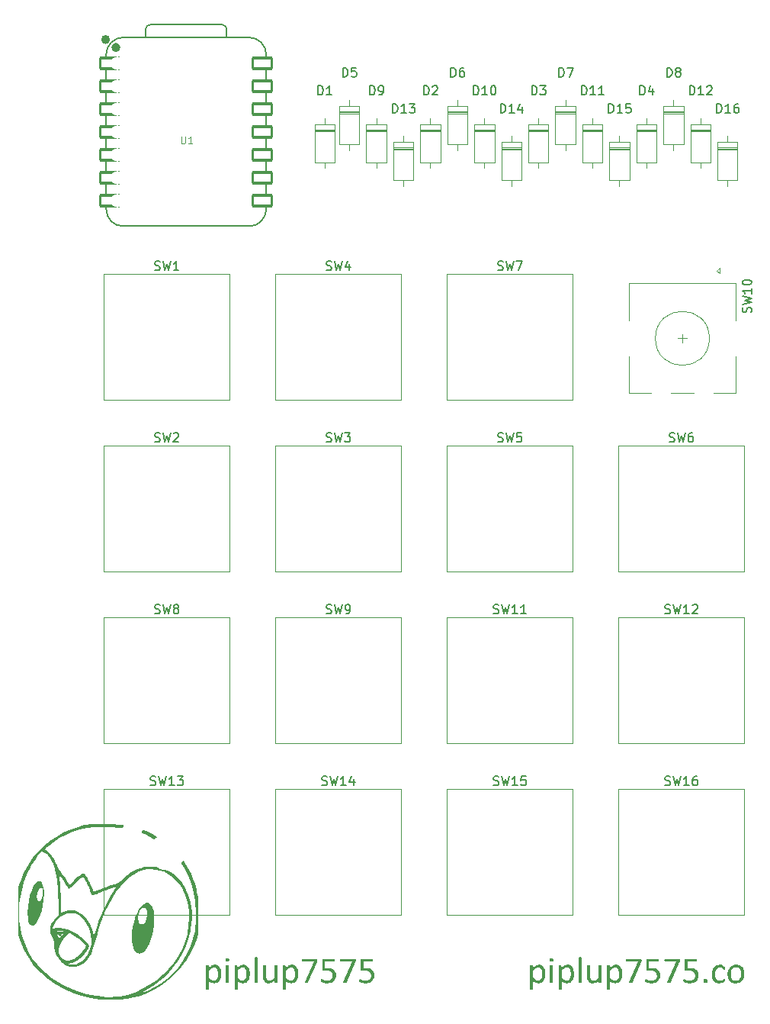
<source format=gto>
%TF.GenerationSoftware,KiCad,Pcbnew,8.0.8*%
%TF.CreationDate,2025-02-12T11:08:45-05:00*%
%TF.ProjectId,hackpad,6861636b-7061-4642-9e6b-696361645f70,rev?*%
%TF.SameCoordinates,Original*%
%TF.FileFunction,Legend,Top*%
%TF.FilePolarity,Positive*%
%FSLAX46Y46*%
G04 Gerber Fmt 4.6, Leading zero omitted, Abs format (unit mm)*
G04 Created by KiCad (PCBNEW 8.0.8) date 2025-02-12 11:08:45*
%MOMM*%
%LPD*%
G01*
G04 APERTURE LIST*
G04 Aperture macros list*
%AMRoundRect*
0 Rectangle with rounded corners*
0 $1 Rounding radius*
0 $2 $3 $4 $5 $6 $7 $8 $9 X,Y pos of 4 corners*
0 Add a 4 corners polygon primitive as box body*
4,1,4,$2,$3,$4,$5,$6,$7,$8,$9,$2,$3,0*
0 Add four circle primitives for the rounded corners*
1,1,$1+$1,$2,$3*
1,1,$1+$1,$4,$5*
1,1,$1+$1,$6,$7*
1,1,$1+$1,$8,$9*
0 Add four rect primitives between the rounded corners*
20,1,$1+$1,$2,$3,$4,$5,0*
20,1,$1+$1,$4,$5,$6,$7,0*
20,1,$1+$1,$6,$7,$8,$9,0*
20,1,$1+$1,$8,$9,$2,$3,0*%
G04 Aperture macros list end*
%ADD10C,0.100000*%
%ADD11C,0.150000*%
%ADD12C,0.101600*%
%ADD13C,0.120000*%
%ADD14C,0.127000*%
%ADD15C,0.504000*%
%ADD16C,0.000000*%
%ADD17R,1.600000X1.600000*%
%ADD18O,1.600000X1.600000*%
%ADD19C,1.700000*%
%ADD20C,4.000000*%
%ADD21C,2.200000*%
%ADD22RoundRect,0.152400X1.063600X0.609600X-1.063600X0.609600X-1.063600X-0.609600X1.063600X-0.609600X0*%
%ADD23C,1.524000*%
%ADD24RoundRect,0.152400X-1.063600X-0.609600X1.063600X-0.609600X1.063600X0.609600X-1.063600X0.609600X0*%
%ADD25R,2.000000X2.000000*%
%ADD26C,2.000000*%
%ADD27R,2.000000X3.200000*%
G04 APERTURE END LIST*
D10*
G36*
X61927880Y-132986591D02*
G01*
X62071976Y-133029868D01*
X62117864Y-133052665D01*
X62239537Y-133139734D01*
X62338026Y-133252563D01*
X62349406Y-133269553D01*
X62418870Y-133398782D01*
X62469539Y-133545402D01*
X62480565Y-133590488D01*
X62507132Y-133742356D01*
X62519634Y-133888982D01*
X62521598Y-133977369D01*
X62516446Y-134126376D01*
X62498877Y-134279044D01*
X62468841Y-134419937D01*
X62418228Y-134569219D01*
X62345058Y-134708346D01*
X62314235Y-134752595D01*
X62208126Y-134866680D01*
X62080764Y-134953395D01*
X62062177Y-134962889D01*
X61922329Y-135013478D01*
X61765651Y-135035738D01*
X61717794Y-135036894D01*
X61569795Y-135021078D01*
X61565387Y-135020041D01*
X61428367Y-134968018D01*
X61303989Y-134885328D01*
X61295743Y-134878625D01*
X61182777Y-134777938D01*
X61155059Y-134751130D01*
X61155059Y-135674368D01*
X61146999Y-135702944D01*
X61119888Y-135723461D01*
X61068597Y-135735917D01*
X60984333Y-135740314D01*
X60901535Y-135735917D01*
X60848778Y-135723461D01*
X60822400Y-135702944D01*
X60815073Y-135674368D01*
X60815073Y-133636650D01*
X61155059Y-133636650D01*
X61155059Y-134384033D01*
X61258408Y-134503388D01*
X61365486Y-134606875D01*
X61421039Y-134651479D01*
X61558254Y-134723517D01*
X61684822Y-134743803D01*
X61830795Y-134719188D01*
X61904640Y-134680788D01*
X62013954Y-134574402D01*
X62052651Y-134512993D01*
X62112071Y-134372286D01*
X62136182Y-134278520D01*
X62158104Y-134131920D01*
X62163293Y-134016936D01*
X62157089Y-133865683D01*
X62141311Y-133737034D01*
X62104971Y-133587523D01*
X62067306Y-133497431D01*
X61977796Y-133373099D01*
X61925889Y-133329637D01*
X61783548Y-133272776D01*
X61705338Y-133266622D01*
X61575645Y-133287138D01*
X61445952Y-133350153D01*
X61329974Y-133441691D01*
X61307466Y-133462993D01*
X61204575Y-133575298D01*
X61155059Y-133636650D01*
X60815073Y-133636650D01*
X60815073Y-133084173D01*
X60820935Y-133054863D01*
X60845847Y-133035080D01*
X60893475Y-133023356D01*
X60963817Y-133020425D01*
X61034891Y-133023356D01*
X61081053Y-133034347D01*
X61106699Y-133053398D01*
X61114026Y-133081242D01*
X61114026Y-133320111D01*
X61222098Y-133214804D01*
X61276692Y-133167704D01*
X61399642Y-133080370D01*
X61434228Y-133060725D01*
X61571613Y-133002901D01*
X61597627Y-132995512D01*
X61744845Y-132974067D01*
X61773482Y-132973531D01*
X61927880Y-132986591D01*
G37*
G36*
X63362037Y-134926252D02*
G01*
X63353977Y-134954096D01*
X63326866Y-134973879D01*
X63275575Y-134986336D01*
X63191311Y-134990000D01*
X63108513Y-134986336D01*
X63055757Y-134973879D01*
X63029378Y-134954096D01*
X63022051Y-134926252D01*
X63022051Y-133084173D01*
X63029378Y-133057794D01*
X63055757Y-133037278D01*
X63108513Y-133024822D01*
X63191311Y-133020425D01*
X63275575Y-133024822D01*
X63326866Y-133037278D01*
X63353977Y-133057794D01*
X63362037Y-133084173D01*
X63362037Y-134926252D01*
G37*
G36*
X63401605Y-132437906D02*
G01*
X63371614Y-132582872D01*
X63356175Y-132602037D01*
X63211250Y-132644888D01*
X63189113Y-132645268D01*
X63044371Y-132617213D01*
X63024982Y-132602770D01*
X62981190Y-132456754D01*
X62981018Y-132442302D01*
X63011009Y-132297820D01*
X63026448Y-132278904D01*
X63171373Y-132235327D01*
X63193510Y-132234940D01*
X63337768Y-132262996D01*
X63356908Y-132277438D01*
X63401430Y-132423455D01*
X63401605Y-132437906D01*
G37*
G36*
X65096198Y-132986591D02*
G01*
X65240294Y-133029868D01*
X65286182Y-133052665D01*
X65407855Y-133139734D01*
X65506344Y-133252563D01*
X65517725Y-133269553D01*
X65587188Y-133398782D01*
X65637858Y-133545402D01*
X65648883Y-133590488D01*
X65675450Y-133742356D01*
X65687952Y-133888982D01*
X65689916Y-133977369D01*
X65684764Y-134126376D01*
X65667195Y-134279044D01*
X65637159Y-134419937D01*
X65586546Y-134569219D01*
X65513376Y-134708346D01*
X65482554Y-134752595D01*
X65376444Y-134866680D01*
X65249082Y-134953395D01*
X65230495Y-134962889D01*
X65090647Y-135013478D01*
X64933969Y-135035738D01*
X64886113Y-135036894D01*
X64738113Y-135021078D01*
X64733705Y-135020041D01*
X64596685Y-134968018D01*
X64472307Y-134885328D01*
X64464061Y-134878625D01*
X64351095Y-134777938D01*
X64323377Y-134751130D01*
X64323377Y-135674368D01*
X64315317Y-135702944D01*
X64288206Y-135723461D01*
X64236915Y-135735917D01*
X64152651Y-135740314D01*
X64069853Y-135735917D01*
X64017096Y-135723461D01*
X63990718Y-135702944D01*
X63983391Y-135674368D01*
X63983391Y-133636650D01*
X64323377Y-133636650D01*
X64323377Y-134384033D01*
X64426726Y-134503388D01*
X64533804Y-134606875D01*
X64589357Y-134651479D01*
X64726572Y-134723517D01*
X64853140Y-134743803D01*
X64999113Y-134719188D01*
X65072958Y-134680788D01*
X65182272Y-134574402D01*
X65220969Y-134512993D01*
X65280389Y-134372286D01*
X65304501Y-134278520D01*
X65326422Y-134131920D01*
X65331612Y-134016936D01*
X65325408Y-133865683D01*
X65309630Y-133737034D01*
X65273289Y-133587523D01*
X65235624Y-133497431D01*
X65146114Y-133373099D01*
X65094207Y-133329637D01*
X64951866Y-133272776D01*
X64873656Y-133266622D01*
X64743963Y-133287138D01*
X64614270Y-133350153D01*
X64498292Y-133441691D01*
X64475785Y-133462993D01*
X64372893Y-133575298D01*
X64323377Y-133636650D01*
X63983391Y-133636650D01*
X63983391Y-133084173D01*
X63989253Y-133054863D01*
X64014166Y-133035080D01*
X64061793Y-133023356D01*
X64132135Y-133020425D01*
X64203210Y-133023356D01*
X64249371Y-133034347D01*
X64275017Y-133053398D01*
X64282344Y-133081242D01*
X64282344Y-133320111D01*
X64390416Y-133214804D01*
X64445010Y-133167704D01*
X64567960Y-133080370D01*
X64602547Y-133060725D01*
X64739931Y-133002901D01*
X64765945Y-132995512D01*
X64913163Y-132974067D01*
X64941800Y-132973531D01*
X65096198Y-132986591D01*
G37*
G36*
X66530355Y-134926252D02*
G01*
X66522295Y-134954829D01*
X66495184Y-134973879D01*
X66443893Y-134986336D01*
X66359630Y-134990000D01*
X66276831Y-134986336D01*
X66224075Y-134973879D01*
X66197697Y-134954829D01*
X66190369Y-134926252D01*
X66190369Y-132194640D01*
X66197697Y-132166064D01*
X66224075Y-132145547D01*
X66276831Y-132133824D01*
X66359630Y-132129427D01*
X66443893Y-132133824D01*
X66495184Y-132145547D01*
X66522295Y-132166064D01*
X66530355Y-132194640D01*
X66530355Y-134926252D01*
G37*
G36*
X68740997Y-134926252D02*
G01*
X68733670Y-134954096D01*
X68707292Y-134973879D01*
X68658932Y-134986336D01*
X68586392Y-134990000D01*
X68508722Y-134986336D01*
X68461828Y-134973879D01*
X68437648Y-134954096D01*
X68431786Y-134926252D01*
X68431786Y-134682986D01*
X68322992Y-134798156D01*
X68205492Y-134896937D01*
X68118178Y-134952630D01*
X67982197Y-135010233D01*
X67834946Y-135036154D01*
X67805303Y-135036894D01*
X67654315Y-135025113D01*
X67509235Y-134982798D01*
X67493161Y-134975345D01*
X67365855Y-134891367D01*
X67287997Y-134806817D01*
X67213705Y-134675570D01*
X67175157Y-134558422D01*
X67150964Y-134411955D01*
X67141978Y-134263659D01*
X67141451Y-134214040D01*
X67141451Y-133084173D01*
X67148778Y-133057062D01*
X67176622Y-133035812D01*
X67230111Y-133023356D01*
X67312909Y-133020425D01*
X67394975Y-133023356D01*
X67447732Y-133035812D01*
X67475575Y-133057062D01*
X67483635Y-133084905D01*
X67483635Y-134168611D01*
X67489497Y-134315706D01*
X67507083Y-134430195D01*
X67562338Y-134570882D01*
X67579623Y-134597990D01*
X67688338Y-134698280D01*
X67701988Y-134705701D01*
X67845323Y-134742872D01*
X67875645Y-134743803D01*
X68026787Y-134710480D01*
X68129902Y-134649281D01*
X68243764Y-134549604D01*
X68346048Y-134437153D01*
X68398813Y-134371577D01*
X68398813Y-133084173D01*
X68406140Y-133056329D01*
X68433984Y-133035812D01*
X68486008Y-133023356D01*
X68569539Y-133020425D01*
X68652337Y-133023356D01*
X68703628Y-133035812D01*
X68731472Y-133056329D01*
X68740997Y-133084173D01*
X68740997Y-134926252D01*
G37*
G36*
X70471495Y-132986591D02*
G01*
X70615590Y-133029868D01*
X70661479Y-133052665D01*
X70783152Y-133139734D01*
X70881641Y-133252563D01*
X70893021Y-133269553D01*
X70962484Y-133398782D01*
X71013154Y-133545402D01*
X71024180Y-133590488D01*
X71050747Y-133742356D01*
X71063249Y-133888982D01*
X71065212Y-133977369D01*
X71060060Y-134126376D01*
X71042492Y-134279044D01*
X71012456Y-134419937D01*
X70961843Y-134569219D01*
X70888673Y-134708346D01*
X70857850Y-134752595D01*
X70751740Y-134866680D01*
X70624379Y-134953395D01*
X70605792Y-134962889D01*
X70465943Y-135013478D01*
X70309265Y-135035738D01*
X70261409Y-135036894D01*
X70113409Y-135021078D01*
X70109002Y-135020041D01*
X69971981Y-134968018D01*
X69847604Y-134885328D01*
X69839357Y-134878625D01*
X69726391Y-134777938D01*
X69698674Y-134751130D01*
X69698674Y-135674368D01*
X69690614Y-135702944D01*
X69663503Y-135723461D01*
X69612212Y-135735917D01*
X69527948Y-135740314D01*
X69445150Y-135735917D01*
X69392393Y-135723461D01*
X69366015Y-135702944D01*
X69358688Y-135674368D01*
X69358688Y-133636650D01*
X69698674Y-133636650D01*
X69698674Y-134384033D01*
X69802023Y-134503388D01*
X69909101Y-134606875D01*
X69964654Y-134651479D01*
X70101869Y-134723517D01*
X70228436Y-134743803D01*
X70374410Y-134719188D01*
X70448255Y-134680788D01*
X70557569Y-134574402D01*
X70596266Y-134512993D01*
X70655686Y-134372286D01*
X70679797Y-134278520D01*
X70701719Y-134131920D01*
X70706908Y-134016936D01*
X70700704Y-133865683D01*
X70684926Y-133737034D01*
X70648585Y-133587523D01*
X70610921Y-133497431D01*
X70521410Y-133373099D01*
X70469504Y-133329637D01*
X70327163Y-133272776D01*
X70248953Y-133266622D01*
X70119260Y-133287138D01*
X69989567Y-133350153D01*
X69873589Y-133441691D01*
X69851081Y-133462993D01*
X69748190Y-133575298D01*
X69698674Y-133636650D01*
X69358688Y-133636650D01*
X69358688Y-133084173D01*
X69364549Y-133054863D01*
X69389462Y-133035080D01*
X69437090Y-133023356D01*
X69507431Y-133020425D01*
X69578506Y-133023356D01*
X69624668Y-133034347D01*
X69650314Y-133053398D01*
X69657641Y-133081242D01*
X69657641Y-133320111D01*
X69765713Y-133214804D01*
X69820307Y-133167704D01*
X69943257Y-133080370D01*
X69977843Y-133060725D01*
X70115228Y-133002901D01*
X70141242Y-132995512D01*
X70288460Y-132974067D01*
X70317096Y-132973531D01*
X70471495Y-132986591D01*
G37*
G36*
X73193789Y-132471612D02*
G01*
X73190858Y-132540488D01*
X73182798Y-132599106D01*
X73168143Y-132653328D01*
X73146894Y-132708283D01*
X72186287Y-134910132D01*
X72160642Y-134949699D01*
X72121074Y-134974612D01*
X72060258Y-134987069D01*
X71970132Y-134990000D01*
X71860223Y-134984138D01*
X71803803Y-134964354D01*
X71788415Y-134932114D01*
X71803070Y-134885219D01*
X72812770Y-132633545D01*
X71532693Y-132633545D01*
X71474075Y-132591779D01*
X71454291Y-132474542D01*
X71459420Y-132404933D01*
X71475540Y-132355840D01*
X71499720Y-132326531D01*
X71532693Y-132317006D01*
X73086810Y-132317006D01*
X73136636Y-132323600D01*
X73169609Y-132348513D01*
X73187194Y-132396873D01*
X73193789Y-132471612D01*
G37*
G36*
X75270341Y-134126845D02*
G01*
X75260140Y-134283363D01*
X75226066Y-134437808D01*
X75197801Y-134514459D01*
X75123469Y-134652323D01*
X75026137Y-134769712D01*
X74994103Y-134799490D01*
X74869021Y-134890271D01*
X74735543Y-134955731D01*
X74679762Y-134976078D01*
X74537258Y-135013138D01*
X74383419Y-135033093D01*
X74274563Y-135036894D01*
X74125270Y-135029739D01*
X74040090Y-135018576D01*
X73892859Y-134988754D01*
X73842254Y-134974612D01*
X73703615Y-134924880D01*
X73700104Y-134923321D01*
X73629030Y-134883021D01*
X73607048Y-134855177D01*
X73596057Y-134825136D01*
X73588729Y-134779706D01*
X73586531Y-134713761D01*
X73589462Y-134649281D01*
X73601186Y-134603119D01*
X73620237Y-134576741D01*
X73646615Y-134567948D01*
X73710362Y-134595792D01*
X73826866Y-134655143D01*
X73968669Y-134704407D01*
X74007850Y-134715226D01*
X74158861Y-134739784D01*
X74264305Y-134743803D01*
X74412683Y-134733138D01*
X74517829Y-134710097D01*
X74655894Y-134649450D01*
X74717131Y-134604584D01*
X74814670Y-134488533D01*
X74847557Y-134424333D01*
X74887324Y-134278766D01*
X74895184Y-134159818D01*
X74879442Y-134008178D01*
X74854884Y-133929009D01*
X74774620Y-133802119D01*
X74731053Y-133761946D01*
X74602816Y-133689263D01*
X74520027Y-133663028D01*
X74370502Y-133637300D01*
X74215212Y-133630055D01*
X74064946Y-133635420D01*
X73998325Y-133642512D01*
X73849581Y-133654773D01*
X73829797Y-133654968D01*
X73746999Y-133628590D01*
X73722819Y-133526008D01*
X73722819Y-132449630D01*
X73754326Y-132349979D01*
X73845917Y-132317006D01*
X75027076Y-132317006D01*
X75059316Y-132326531D01*
X75084961Y-132353642D01*
X75100348Y-132400537D01*
X75105478Y-132467215D01*
X75084961Y-132581521D01*
X75027076Y-132621821D01*
X74032030Y-132621821D01*
X74032030Y-133362609D01*
X74178576Y-133350886D01*
X74328602Y-133348722D01*
X74352965Y-133348688D01*
X74503713Y-133355268D01*
X74652365Y-133377456D01*
X74753035Y-133404375D01*
X74891621Y-133461436D01*
X75016138Y-133542494D01*
X75038066Y-133561179D01*
X75139000Y-133673103D01*
X75211723Y-133806643D01*
X75253798Y-133948892D01*
X75270112Y-134104986D01*
X75270341Y-134126845D01*
G37*
G36*
X77449476Y-132471612D02*
G01*
X77446545Y-132540488D01*
X77438485Y-132599106D01*
X77423831Y-132653328D01*
X77402581Y-132708283D01*
X76441974Y-134910132D01*
X76416329Y-134949699D01*
X76376762Y-134974612D01*
X76315945Y-134987069D01*
X76225819Y-134990000D01*
X76115910Y-134984138D01*
X76059490Y-134964354D01*
X76044103Y-134932114D01*
X76058757Y-134885219D01*
X77068457Y-132633545D01*
X75788381Y-132633545D01*
X75729762Y-132591779D01*
X75709979Y-132474542D01*
X75715108Y-132404933D01*
X75731228Y-132355840D01*
X75755408Y-132326531D01*
X75788381Y-132317006D01*
X77342498Y-132317006D01*
X77392323Y-132323600D01*
X77425296Y-132348513D01*
X77442882Y-132396873D01*
X77449476Y-132471612D01*
G37*
G36*
X79526029Y-134126845D02*
G01*
X79515828Y-134283363D01*
X79481754Y-134437808D01*
X79453489Y-134514459D01*
X79379157Y-134652323D01*
X79281824Y-134769712D01*
X79249790Y-134799490D01*
X79124708Y-134890271D01*
X78991231Y-134955731D01*
X78935450Y-134976078D01*
X78792945Y-135013138D01*
X78639107Y-135033093D01*
X78530251Y-135036894D01*
X78380957Y-135029739D01*
X78295778Y-135018576D01*
X78148546Y-134988754D01*
X78097941Y-134974612D01*
X77959302Y-134924880D01*
X77955792Y-134923321D01*
X77884717Y-134883021D01*
X77862735Y-134855177D01*
X77851744Y-134825136D01*
X77844417Y-134779706D01*
X77842219Y-134713761D01*
X77845150Y-134649281D01*
X77856873Y-134603119D01*
X77875924Y-134576741D01*
X77902302Y-134567948D01*
X77966050Y-134595792D01*
X78082554Y-134655143D01*
X78224357Y-134704407D01*
X78263538Y-134715226D01*
X78414548Y-134739784D01*
X78519993Y-134743803D01*
X78668370Y-134733138D01*
X78773517Y-134710097D01*
X78911582Y-134649450D01*
X78972819Y-134604584D01*
X79070358Y-134488533D01*
X79103244Y-134424333D01*
X79143011Y-134278766D01*
X79150872Y-134159818D01*
X79135130Y-134008178D01*
X79110572Y-133929009D01*
X79030307Y-133802119D01*
X78986741Y-133761946D01*
X78858503Y-133689263D01*
X78775715Y-133663028D01*
X78626190Y-133637300D01*
X78470900Y-133630055D01*
X78320633Y-133635420D01*
X78254012Y-133642512D01*
X78105268Y-133654773D01*
X78085484Y-133654968D01*
X78002686Y-133628590D01*
X77978506Y-133526008D01*
X77978506Y-132449630D01*
X78010013Y-132349979D01*
X78101605Y-132317006D01*
X79282763Y-132317006D01*
X79315003Y-132326531D01*
X79340648Y-132353642D01*
X79356036Y-132400537D01*
X79361165Y-132467215D01*
X79340648Y-132581521D01*
X79282763Y-132621821D01*
X78287718Y-132621821D01*
X78287718Y-133362609D01*
X78434263Y-133350886D01*
X78584289Y-133348722D01*
X78608653Y-133348688D01*
X78759400Y-133355268D01*
X78908052Y-133377456D01*
X79008722Y-133404375D01*
X79147308Y-133461436D01*
X79271826Y-133542494D01*
X79293754Y-133561179D01*
X79394687Y-133673103D01*
X79467411Y-133806643D01*
X79509485Y-133948892D01*
X79525800Y-134104986D01*
X79526029Y-134126845D01*
G37*
G36*
X97927880Y-132986591D02*
G01*
X98071976Y-133029868D01*
X98117864Y-133052665D01*
X98239537Y-133139734D01*
X98338026Y-133252563D01*
X98349406Y-133269553D01*
X98418870Y-133398782D01*
X98469539Y-133545402D01*
X98480565Y-133590488D01*
X98507132Y-133742356D01*
X98519634Y-133888982D01*
X98521598Y-133977369D01*
X98516446Y-134126376D01*
X98498877Y-134279044D01*
X98468841Y-134419937D01*
X98418228Y-134569219D01*
X98345058Y-134708346D01*
X98314235Y-134752595D01*
X98208126Y-134866680D01*
X98080764Y-134953395D01*
X98062177Y-134962889D01*
X97922329Y-135013478D01*
X97765651Y-135035738D01*
X97717794Y-135036894D01*
X97569795Y-135021078D01*
X97565387Y-135020041D01*
X97428367Y-134968018D01*
X97303989Y-134885328D01*
X97295743Y-134878625D01*
X97182777Y-134777938D01*
X97155059Y-134751130D01*
X97155059Y-135674368D01*
X97146999Y-135702944D01*
X97119888Y-135723461D01*
X97068597Y-135735917D01*
X96984333Y-135740314D01*
X96901535Y-135735917D01*
X96848778Y-135723461D01*
X96822400Y-135702944D01*
X96815073Y-135674368D01*
X96815073Y-133636650D01*
X97155059Y-133636650D01*
X97155059Y-134384033D01*
X97258408Y-134503388D01*
X97365486Y-134606875D01*
X97421039Y-134651479D01*
X97558254Y-134723517D01*
X97684822Y-134743803D01*
X97830795Y-134719188D01*
X97904640Y-134680788D01*
X98013954Y-134574402D01*
X98052651Y-134512993D01*
X98112071Y-134372286D01*
X98136182Y-134278520D01*
X98158104Y-134131920D01*
X98163293Y-134016936D01*
X98157089Y-133865683D01*
X98141311Y-133737034D01*
X98104971Y-133587523D01*
X98067306Y-133497431D01*
X97977796Y-133373099D01*
X97925889Y-133329637D01*
X97783548Y-133272776D01*
X97705338Y-133266622D01*
X97575645Y-133287138D01*
X97445952Y-133350153D01*
X97329974Y-133441691D01*
X97307466Y-133462993D01*
X97204575Y-133575298D01*
X97155059Y-133636650D01*
X96815073Y-133636650D01*
X96815073Y-133084173D01*
X96820935Y-133054863D01*
X96845847Y-133035080D01*
X96893475Y-133023356D01*
X96963817Y-133020425D01*
X97034891Y-133023356D01*
X97081053Y-133034347D01*
X97106699Y-133053398D01*
X97114026Y-133081242D01*
X97114026Y-133320111D01*
X97222098Y-133214804D01*
X97276692Y-133167704D01*
X97399642Y-133080370D01*
X97434228Y-133060725D01*
X97571613Y-133002901D01*
X97597627Y-132995512D01*
X97744845Y-132974067D01*
X97773482Y-132973531D01*
X97927880Y-132986591D01*
G37*
G36*
X99362037Y-134926252D02*
G01*
X99353977Y-134954096D01*
X99326866Y-134973879D01*
X99275575Y-134986336D01*
X99191311Y-134990000D01*
X99108513Y-134986336D01*
X99055757Y-134973879D01*
X99029378Y-134954096D01*
X99022051Y-134926252D01*
X99022051Y-133084173D01*
X99029378Y-133057794D01*
X99055757Y-133037278D01*
X99108513Y-133024822D01*
X99191311Y-133020425D01*
X99275575Y-133024822D01*
X99326866Y-133037278D01*
X99353977Y-133057794D01*
X99362037Y-133084173D01*
X99362037Y-134926252D01*
G37*
G36*
X99401605Y-132437906D02*
G01*
X99371614Y-132582872D01*
X99356175Y-132602037D01*
X99211250Y-132644888D01*
X99189113Y-132645268D01*
X99044371Y-132617213D01*
X99024982Y-132602770D01*
X98981190Y-132456754D01*
X98981018Y-132442302D01*
X99011009Y-132297820D01*
X99026448Y-132278904D01*
X99171373Y-132235327D01*
X99193510Y-132234940D01*
X99337768Y-132262996D01*
X99356908Y-132277438D01*
X99401430Y-132423455D01*
X99401605Y-132437906D01*
G37*
G36*
X101096198Y-132986591D02*
G01*
X101240294Y-133029868D01*
X101286182Y-133052665D01*
X101407855Y-133139734D01*
X101506344Y-133252563D01*
X101517725Y-133269553D01*
X101587188Y-133398782D01*
X101637858Y-133545402D01*
X101648883Y-133590488D01*
X101675450Y-133742356D01*
X101687952Y-133888982D01*
X101689916Y-133977369D01*
X101684764Y-134126376D01*
X101667195Y-134279044D01*
X101637159Y-134419937D01*
X101586546Y-134569219D01*
X101513376Y-134708346D01*
X101482554Y-134752595D01*
X101376444Y-134866680D01*
X101249082Y-134953395D01*
X101230495Y-134962889D01*
X101090647Y-135013478D01*
X100933969Y-135035738D01*
X100886113Y-135036894D01*
X100738113Y-135021078D01*
X100733705Y-135020041D01*
X100596685Y-134968018D01*
X100472307Y-134885328D01*
X100464061Y-134878625D01*
X100351095Y-134777938D01*
X100323377Y-134751130D01*
X100323377Y-135674368D01*
X100315317Y-135702944D01*
X100288206Y-135723461D01*
X100236915Y-135735917D01*
X100152651Y-135740314D01*
X100069853Y-135735917D01*
X100017096Y-135723461D01*
X99990718Y-135702944D01*
X99983391Y-135674368D01*
X99983391Y-133636650D01*
X100323377Y-133636650D01*
X100323377Y-134384033D01*
X100426726Y-134503388D01*
X100533804Y-134606875D01*
X100589357Y-134651479D01*
X100726572Y-134723517D01*
X100853140Y-134743803D01*
X100999113Y-134719188D01*
X101072958Y-134680788D01*
X101182272Y-134574402D01*
X101220969Y-134512993D01*
X101280389Y-134372286D01*
X101304501Y-134278520D01*
X101326422Y-134131920D01*
X101331612Y-134016936D01*
X101325408Y-133865683D01*
X101309630Y-133737034D01*
X101273289Y-133587523D01*
X101235624Y-133497431D01*
X101146114Y-133373099D01*
X101094207Y-133329637D01*
X100951866Y-133272776D01*
X100873656Y-133266622D01*
X100743963Y-133287138D01*
X100614270Y-133350153D01*
X100498292Y-133441691D01*
X100475785Y-133462993D01*
X100372893Y-133575298D01*
X100323377Y-133636650D01*
X99983391Y-133636650D01*
X99983391Y-133084173D01*
X99989253Y-133054863D01*
X100014166Y-133035080D01*
X100061793Y-133023356D01*
X100132135Y-133020425D01*
X100203210Y-133023356D01*
X100249371Y-133034347D01*
X100275017Y-133053398D01*
X100282344Y-133081242D01*
X100282344Y-133320111D01*
X100390416Y-133214804D01*
X100445010Y-133167704D01*
X100567960Y-133080370D01*
X100602547Y-133060725D01*
X100739931Y-133002901D01*
X100765945Y-132995512D01*
X100913163Y-132974067D01*
X100941800Y-132973531D01*
X101096198Y-132986591D01*
G37*
G36*
X102530355Y-134926252D02*
G01*
X102522295Y-134954829D01*
X102495184Y-134973879D01*
X102443893Y-134986336D01*
X102359630Y-134990000D01*
X102276831Y-134986336D01*
X102224075Y-134973879D01*
X102197697Y-134954829D01*
X102190369Y-134926252D01*
X102190369Y-132194640D01*
X102197697Y-132166064D01*
X102224075Y-132145547D01*
X102276831Y-132133824D01*
X102359630Y-132129427D01*
X102443893Y-132133824D01*
X102495184Y-132145547D01*
X102522295Y-132166064D01*
X102530355Y-132194640D01*
X102530355Y-134926252D01*
G37*
G36*
X104740997Y-134926252D02*
G01*
X104733670Y-134954096D01*
X104707292Y-134973879D01*
X104658932Y-134986336D01*
X104586392Y-134990000D01*
X104508722Y-134986336D01*
X104461828Y-134973879D01*
X104437648Y-134954096D01*
X104431786Y-134926252D01*
X104431786Y-134682986D01*
X104322992Y-134798156D01*
X104205492Y-134896937D01*
X104118178Y-134952630D01*
X103982197Y-135010233D01*
X103834946Y-135036154D01*
X103805303Y-135036894D01*
X103654315Y-135025113D01*
X103509235Y-134982798D01*
X103493161Y-134975345D01*
X103365855Y-134891367D01*
X103287997Y-134806817D01*
X103213705Y-134675570D01*
X103175157Y-134558422D01*
X103150964Y-134411955D01*
X103141978Y-134263659D01*
X103141451Y-134214040D01*
X103141451Y-133084173D01*
X103148778Y-133057062D01*
X103176622Y-133035812D01*
X103230111Y-133023356D01*
X103312909Y-133020425D01*
X103394975Y-133023356D01*
X103447732Y-133035812D01*
X103475575Y-133057062D01*
X103483635Y-133084905D01*
X103483635Y-134168611D01*
X103489497Y-134315706D01*
X103507083Y-134430195D01*
X103562338Y-134570882D01*
X103579623Y-134597990D01*
X103688338Y-134698280D01*
X103701988Y-134705701D01*
X103845323Y-134742872D01*
X103875645Y-134743803D01*
X104026787Y-134710480D01*
X104129902Y-134649281D01*
X104243764Y-134549604D01*
X104346048Y-134437153D01*
X104398813Y-134371577D01*
X104398813Y-133084173D01*
X104406140Y-133056329D01*
X104433984Y-133035812D01*
X104486008Y-133023356D01*
X104569539Y-133020425D01*
X104652337Y-133023356D01*
X104703628Y-133035812D01*
X104731472Y-133056329D01*
X104740997Y-133084173D01*
X104740997Y-134926252D01*
G37*
G36*
X106471495Y-132986591D02*
G01*
X106615590Y-133029868D01*
X106661479Y-133052665D01*
X106783152Y-133139734D01*
X106881641Y-133252563D01*
X106893021Y-133269553D01*
X106962484Y-133398782D01*
X107013154Y-133545402D01*
X107024180Y-133590488D01*
X107050747Y-133742356D01*
X107063249Y-133888982D01*
X107065212Y-133977369D01*
X107060060Y-134126376D01*
X107042492Y-134279044D01*
X107012456Y-134419937D01*
X106961843Y-134569219D01*
X106888673Y-134708346D01*
X106857850Y-134752595D01*
X106751740Y-134866680D01*
X106624379Y-134953395D01*
X106605792Y-134962889D01*
X106465943Y-135013478D01*
X106309265Y-135035738D01*
X106261409Y-135036894D01*
X106113409Y-135021078D01*
X106109002Y-135020041D01*
X105971981Y-134968018D01*
X105847604Y-134885328D01*
X105839357Y-134878625D01*
X105726391Y-134777938D01*
X105698674Y-134751130D01*
X105698674Y-135674368D01*
X105690614Y-135702944D01*
X105663503Y-135723461D01*
X105612212Y-135735917D01*
X105527948Y-135740314D01*
X105445150Y-135735917D01*
X105392393Y-135723461D01*
X105366015Y-135702944D01*
X105358688Y-135674368D01*
X105358688Y-133636650D01*
X105698674Y-133636650D01*
X105698674Y-134384033D01*
X105802023Y-134503388D01*
X105909101Y-134606875D01*
X105964654Y-134651479D01*
X106101869Y-134723517D01*
X106228436Y-134743803D01*
X106374410Y-134719188D01*
X106448255Y-134680788D01*
X106557569Y-134574402D01*
X106596266Y-134512993D01*
X106655686Y-134372286D01*
X106679797Y-134278520D01*
X106701719Y-134131920D01*
X106706908Y-134016936D01*
X106700704Y-133865683D01*
X106684926Y-133737034D01*
X106648585Y-133587523D01*
X106610921Y-133497431D01*
X106521410Y-133373099D01*
X106469504Y-133329637D01*
X106327163Y-133272776D01*
X106248953Y-133266622D01*
X106119260Y-133287138D01*
X105989567Y-133350153D01*
X105873589Y-133441691D01*
X105851081Y-133462993D01*
X105748190Y-133575298D01*
X105698674Y-133636650D01*
X105358688Y-133636650D01*
X105358688Y-133084173D01*
X105364549Y-133054863D01*
X105389462Y-133035080D01*
X105437090Y-133023356D01*
X105507431Y-133020425D01*
X105578506Y-133023356D01*
X105624668Y-133034347D01*
X105650314Y-133053398D01*
X105657641Y-133081242D01*
X105657641Y-133320111D01*
X105765713Y-133214804D01*
X105820307Y-133167704D01*
X105943257Y-133080370D01*
X105977843Y-133060725D01*
X106115228Y-133002901D01*
X106141242Y-132995512D01*
X106288460Y-132974067D01*
X106317096Y-132973531D01*
X106471495Y-132986591D01*
G37*
G36*
X109193789Y-132471612D02*
G01*
X109190858Y-132540488D01*
X109182798Y-132599106D01*
X109168143Y-132653328D01*
X109146894Y-132708283D01*
X108186287Y-134910132D01*
X108160642Y-134949699D01*
X108121074Y-134974612D01*
X108060258Y-134987069D01*
X107970132Y-134990000D01*
X107860223Y-134984138D01*
X107803803Y-134964354D01*
X107788415Y-134932114D01*
X107803070Y-134885219D01*
X108812770Y-132633545D01*
X107532693Y-132633545D01*
X107474075Y-132591779D01*
X107454291Y-132474542D01*
X107459420Y-132404933D01*
X107475540Y-132355840D01*
X107499720Y-132326531D01*
X107532693Y-132317006D01*
X109086810Y-132317006D01*
X109136636Y-132323600D01*
X109169609Y-132348513D01*
X109187194Y-132396873D01*
X109193789Y-132471612D01*
G37*
G36*
X111270341Y-134126845D02*
G01*
X111260140Y-134283363D01*
X111226066Y-134437808D01*
X111197801Y-134514459D01*
X111123469Y-134652323D01*
X111026137Y-134769712D01*
X110994103Y-134799490D01*
X110869021Y-134890271D01*
X110735543Y-134955731D01*
X110679762Y-134976078D01*
X110537258Y-135013138D01*
X110383419Y-135033093D01*
X110274563Y-135036894D01*
X110125270Y-135029739D01*
X110040090Y-135018576D01*
X109892859Y-134988754D01*
X109842254Y-134974612D01*
X109703615Y-134924880D01*
X109700104Y-134923321D01*
X109629030Y-134883021D01*
X109607048Y-134855177D01*
X109596057Y-134825136D01*
X109588729Y-134779706D01*
X109586531Y-134713761D01*
X109589462Y-134649281D01*
X109601186Y-134603119D01*
X109620237Y-134576741D01*
X109646615Y-134567948D01*
X109710362Y-134595792D01*
X109826866Y-134655143D01*
X109968669Y-134704407D01*
X110007850Y-134715226D01*
X110158861Y-134739784D01*
X110264305Y-134743803D01*
X110412683Y-134733138D01*
X110517829Y-134710097D01*
X110655894Y-134649450D01*
X110717131Y-134604584D01*
X110814670Y-134488533D01*
X110847557Y-134424333D01*
X110887324Y-134278766D01*
X110895184Y-134159818D01*
X110879442Y-134008178D01*
X110854884Y-133929009D01*
X110774620Y-133802119D01*
X110731053Y-133761946D01*
X110602816Y-133689263D01*
X110520027Y-133663028D01*
X110370502Y-133637300D01*
X110215212Y-133630055D01*
X110064946Y-133635420D01*
X109998325Y-133642512D01*
X109849581Y-133654773D01*
X109829797Y-133654968D01*
X109746999Y-133628590D01*
X109722819Y-133526008D01*
X109722819Y-132449630D01*
X109754326Y-132349979D01*
X109845917Y-132317006D01*
X111027076Y-132317006D01*
X111059316Y-132326531D01*
X111084961Y-132353642D01*
X111100348Y-132400537D01*
X111105478Y-132467215D01*
X111084961Y-132581521D01*
X111027076Y-132621821D01*
X110032030Y-132621821D01*
X110032030Y-133362609D01*
X110178576Y-133350886D01*
X110328602Y-133348722D01*
X110352965Y-133348688D01*
X110503713Y-133355268D01*
X110652365Y-133377456D01*
X110753035Y-133404375D01*
X110891621Y-133461436D01*
X111016138Y-133542494D01*
X111038066Y-133561179D01*
X111139000Y-133673103D01*
X111211723Y-133806643D01*
X111253798Y-133948892D01*
X111270112Y-134104986D01*
X111270341Y-134126845D01*
G37*
G36*
X113449476Y-132471612D02*
G01*
X113446545Y-132540488D01*
X113438485Y-132599106D01*
X113423831Y-132653328D01*
X113402581Y-132708283D01*
X112441974Y-134910132D01*
X112416329Y-134949699D01*
X112376762Y-134974612D01*
X112315945Y-134987069D01*
X112225819Y-134990000D01*
X112115910Y-134984138D01*
X112059490Y-134964354D01*
X112044103Y-134932114D01*
X112058757Y-134885219D01*
X113068457Y-132633545D01*
X111788381Y-132633545D01*
X111729762Y-132591779D01*
X111709979Y-132474542D01*
X111715108Y-132404933D01*
X111731228Y-132355840D01*
X111755408Y-132326531D01*
X111788381Y-132317006D01*
X113342498Y-132317006D01*
X113392323Y-132323600D01*
X113425296Y-132348513D01*
X113442882Y-132396873D01*
X113449476Y-132471612D01*
G37*
G36*
X115526029Y-134126845D02*
G01*
X115515828Y-134283363D01*
X115481754Y-134437808D01*
X115453489Y-134514459D01*
X115379157Y-134652323D01*
X115281824Y-134769712D01*
X115249790Y-134799490D01*
X115124708Y-134890271D01*
X114991231Y-134955731D01*
X114935450Y-134976078D01*
X114792945Y-135013138D01*
X114639107Y-135033093D01*
X114530251Y-135036894D01*
X114380957Y-135029739D01*
X114295778Y-135018576D01*
X114148546Y-134988754D01*
X114097941Y-134974612D01*
X113959302Y-134924880D01*
X113955792Y-134923321D01*
X113884717Y-134883021D01*
X113862735Y-134855177D01*
X113851744Y-134825136D01*
X113844417Y-134779706D01*
X113842219Y-134713761D01*
X113845150Y-134649281D01*
X113856873Y-134603119D01*
X113875924Y-134576741D01*
X113902302Y-134567948D01*
X113966050Y-134595792D01*
X114082554Y-134655143D01*
X114224357Y-134704407D01*
X114263538Y-134715226D01*
X114414548Y-134739784D01*
X114519993Y-134743803D01*
X114668370Y-134733138D01*
X114773517Y-134710097D01*
X114911582Y-134649450D01*
X114972819Y-134604584D01*
X115070358Y-134488533D01*
X115103244Y-134424333D01*
X115143011Y-134278766D01*
X115150872Y-134159818D01*
X115135130Y-134008178D01*
X115110572Y-133929009D01*
X115030307Y-133802119D01*
X114986741Y-133761946D01*
X114858503Y-133689263D01*
X114775715Y-133663028D01*
X114626190Y-133637300D01*
X114470900Y-133630055D01*
X114320633Y-133635420D01*
X114254012Y-133642512D01*
X114105268Y-133654773D01*
X114085484Y-133654968D01*
X114002686Y-133628590D01*
X113978506Y-133526008D01*
X113978506Y-132449630D01*
X114010013Y-132349979D01*
X114101605Y-132317006D01*
X115282763Y-132317006D01*
X115315003Y-132326531D01*
X115340648Y-132353642D01*
X115356036Y-132400537D01*
X115361165Y-132467215D01*
X115340648Y-132581521D01*
X115282763Y-132621821D01*
X114287718Y-132621821D01*
X114287718Y-133362609D01*
X114434263Y-133350886D01*
X114584289Y-133348722D01*
X114608653Y-133348688D01*
X114759400Y-133355268D01*
X114908052Y-133377456D01*
X115008722Y-133404375D01*
X115147308Y-133461436D01*
X115271826Y-133542494D01*
X115293754Y-133561179D01*
X115394687Y-133673103D01*
X115467411Y-133806643D01*
X115509485Y-133948892D01*
X115525800Y-134104986D01*
X115526029Y-134126845D01*
G37*
G36*
X116515945Y-134752595D02*
G01*
X116495118Y-134899105D01*
X116467585Y-134943105D01*
X116322367Y-134989267D01*
X116291730Y-134990000D01*
X116144755Y-134961825D01*
X116120272Y-134943838D01*
X116074522Y-134799691D01*
X116073377Y-134758457D01*
X116094204Y-134612263D01*
X116121737Y-134568681D01*
X116266955Y-134521797D01*
X116297592Y-134521053D01*
X116444120Y-134549228D01*
X116468318Y-134567215D01*
X116514782Y-134711362D01*
X116515945Y-134752595D01*
G37*
G36*
X118468667Y-134667599D02*
G01*
X118466468Y-134729881D01*
X118459141Y-134773112D01*
X118446685Y-134803886D01*
X118413712Y-134842721D01*
X118326517Y-134905003D01*
X118192137Y-134969842D01*
X118187299Y-134971681D01*
X118042001Y-135013836D01*
X118019504Y-135018576D01*
X117873960Y-135036018D01*
X117831926Y-135036894D01*
X117676895Y-135025890D01*
X117526708Y-134989425D01*
X117477285Y-134970216D01*
X117343451Y-134894181D01*
X117231835Y-134791098D01*
X117218632Y-134775310D01*
X117136987Y-134651390D01*
X117078002Y-134516480D01*
X117059630Y-134459504D01*
X117026588Y-134311230D01*
X117009697Y-134161009D01*
X117005408Y-134027927D01*
X117010682Y-133877920D01*
X117028914Y-133725793D01*
X117064012Y-133576140D01*
X117072086Y-133550921D01*
X117129548Y-133411542D01*
X117207380Y-133283339D01*
X117256001Y-133224124D01*
X117365796Y-133125188D01*
X117500864Y-133047200D01*
X117530041Y-133035080D01*
X117672795Y-132993005D01*
X117825365Y-132974492D01*
X117870760Y-132973531D01*
X118021988Y-132986994D01*
X118042951Y-132991116D01*
X118187336Y-133033019D01*
X118196092Y-133036545D01*
X118320655Y-133101025D01*
X118400523Y-133164040D01*
X118434228Y-133205073D01*
X118449616Y-133240244D01*
X118458408Y-133286406D01*
X118460607Y-133350886D01*
X118441556Y-133468122D01*
X118396859Y-133501095D01*
X118325052Y-133464459D01*
X118223203Y-133383859D01*
X118089981Y-133310192D01*
X118073726Y-133303258D01*
X117924799Y-133268912D01*
X117867096Y-133266622D01*
X117711847Y-133289307D01*
X117573292Y-133365796D01*
X117490474Y-133458597D01*
X117421695Y-133594939D01*
X117381574Y-133746401D01*
X117363233Y-133903903D01*
X117360048Y-134013272D01*
X117366500Y-134164220D01*
X117389672Y-134315437D01*
X117393754Y-134332742D01*
X117442466Y-134472748D01*
X117494138Y-134562086D01*
X117598666Y-134666205D01*
X117655338Y-134699106D01*
X117800481Y-134739438D01*
X117875157Y-134743803D01*
X118022850Y-134726486D01*
X118081053Y-134707166D01*
X118213453Y-134639411D01*
X118234193Y-134625833D01*
X118343370Y-134545233D01*
X118412979Y-134509330D01*
X118437892Y-134518122D01*
X118455478Y-134545966D01*
X118465736Y-134595792D01*
X118468667Y-134667599D01*
G37*
G36*
X119842567Y-132981669D02*
G01*
X119990670Y-133009112D01*
X120090928Y-133042407D01*
X120228872Y-133114735D01*
X120345219Y-133211186D01*
X120374494Y-133243175D01*
X120462930Y-133368737D01*
X120525460Y-133504671D01*
X120544487Y-133561912D01*
X120578868Y-133709396D01*
X120596444Y-133856539D01*
X120600907Y-133985429D01*
X120593807Y-134138860D01*
X120569867Y-134296563D01*
X120540823Y-134408213D01*
X120487963Y-134545325D01*
X120411862Y-134677119D01*
X120362770Y-134740872D01*
X120256883Y-134843950D01*
X120130921Y-134926953D01*
X120066015Y-134958492D01*
X119924541Y-135006268D01*
X119767199Y-135031994D01*
X119653489Y-135036894D01*
X119502828Y-135028755D01*
X119354467Y-135001312D01*
X119254152Y-134968018D01*
X119116207Y-134895830D01*
X118999860Y-134799799D01*
X118970586Y-134767983D01*
X118882790Y-134641919D01*
X118820856Y-134505772D01*
X118802058Y-134448513D01*
X118768124Y-134300719D01*
X118750776Y-134152751D01*
X118746371Y-134022798D01*
X118747364Y-134000816D01*
X119103210Y-134000816D01*
X119110170Y-134149926D01*
X119131053Y-134289511D01*
X119173969Y-134430521D01*
X119223377Y-134525450D01*
X119322066Y-134634901D01*
X119397766Y-134685184D01*
X119537514Y-134732583D01*
X119669609Y-134743803D01*
X119816482Y-134728707D01*
X119927529Y-134690314D01*
X120048544Y-134605649D01*
X120106315Y-134538639D01*
X120176672Y-134409739D01*
X120209630Y-134306364D01*
X120235357Y-134155464D01*
X120242602Y-134009609D01*
X120235642Y-133862147D01*
X120214759Y-133723112D01*
X120172074Y-133581870D01*
X120123168Y-133486441D01*
X120025738Y-133376016D01*
X119950244Y-133325973D01*
X119810264Y-133277982D01*
X119677669Y-133266622D01*
X119529859Y-133281925D01*
X119419016Y-133320844D01*
X119298974Y-133405451D01*
X119240963Y-133473251D01*
X119170701Y-133602763D01*
X119136915Y-133706259D01*
X119110616Y-133856539D01*
X119103210Y-134000816D01*
X118747364Y-134000816D01*
X118753297Y-133869453D01*
X118776653Y-133712042D01*
X118804989Y-133600746D01*
X118857402Y-133463291D01*
X118933252Y-133331590D01*
X118982309Y-133268087D01*
X119088429Y-133164777D01*
X119213897Y-133082266D01*
X119278332Y-133051200D01*
X119419668Y-133003870D01*
X119577697Y-132978385D01*
X119692323Y-132973531D01*
X119842567Y-132981669D01*
G37*
D11*
X88011905Y-34454819D02*
X88011905Y-33454819D01*
X88011905Y-33454819D02*
X88250000Y-33454819D01*
X88250000Y-33454819D02*
X88392857Y-33502438D01*
X88392857Y-33502438D02*
X88488095Y-33597676D01*
X88488095Y-33597676D02*
X88535714Y-33692914D01*
X88535714Y-33692914D02*
X88583333Y-33883390D01*
X88583333Y-33883390D02*
X88583333Y-34026247D01*
X88583333Y-34026247D02*
X88535714Y-34216723D01*
X88535714Y-34216723D02*
X88488095Y-34311961D01*
X88488095Y-34311961D02*
X88392857Y-34407200D01*
X88392857Y-34407200D02*
X88250000Y-34454819D01*
X88250000Y-34454819D02*
X88011905Y-34454819D01*
X89440476Y-33454819D02*
X89250000Y-33454819D01*
X89250000Y-33454819D02*
X89154762Y-33502438D01*
X89154762Y-33502438D02*
X89107143Y-33550057D01*
X89107143Y-33550057D02*
X89011905Y-33692914D01*
X89011905Y-33692914D02*
X88964286Y-33883390D01*
X88964286Y-33883390D02*
X88964286Y-34264342D01*
X88964286Y-34264342D02*
X89011905Y-34359580D01*
X89011905Y-34359580D02*
X89059524Y-34407200D01*
X89059524Y-34407200D02*
X89154762Y-34454819D01*
X89154762Y-34454819D02*
X89345238Y-34454819D01*
X89345238Y-34454819D02*
X89440476Y-34407200D01*
X89440476Y-34407200D02*
X89488095Y-34359580D01*
X89488095Y-34359580D02*
X89535714Y-34264342D01*
X89535714Y-34264342D02*
X89535714Y-34026247D01*
X89535714Y-34026247D02*
X89488095Y-33931009D01*
X89488095Y-33931009D02*
X89440476Y-33883390D01*
X89440476Y-33883390D02*
X89345238Y-33835771D01*
X89345238Y-33835771D02*
X89154762Y-33835771D01*
X89154762Y-33835771D02*
X89059524Y-33883390D01*
X89059524Y-33883390D02*
X89011905Y-33931009D01*
X89011905Y-33931009D02*
X88964286Y-34026247D01*
X74176667Y-93963200D02*
X74319524Y-94010819D01*
X74319524Y-94010819D02*
X74557619Y-94010819D01*
X74557619Y-94010819D02*
X74652857Y-93963200D01*
X74652857Y-93963200D02*
X74700476Y-93915580D01*
X74700476Y-93915580D02*
X74748095Y-93820342D01*
X74748095Y-93820342D02*
X74748095Y-93725104D01*
X74748095Y-93725104D02*
X74700476Y-93629866D01*
X74700476Y-93629866D02*
X74652857Y-93582247D01*
X74652857Y-93582247D02*
X74557619Y-93534628D01*
X74557619Y-93534628D02*
X74367143Y-93487009D01*
X74367143Y-93487009D02*
X74271905Y-93439390D01*
X74271905Y-93439390D02*
X74224286Y-93391771D01*
X74224286Y-93391771D02*
X74176667Y-93296533D01*
X74176667Y-93296533D02*
X74176667Y-93201295D01*
X74176667Y-93201295D02*
X74224286Y-93106057D01*
X74224286Y-93106057D02*
X74271905Y-93058438D01*
X74271905Y-93058438D02*
X74367143Y-93010819D01*
X74367143Y-93010819D02*
X74605238Y-93010819D01*
X74605238Y-93010819D02*
X74748095Y-93058438D01*
X75081429Y-93010819D02*
X75319524Y-94010819D01*
X75319524Y-94010819D02*
X75510000Y-93296533D01*
X75510000Y-93296533D02*
X75700476Y-94010819D01*
X75700476Y-94010819D02*
X75938572Y-93010819D01*
X76367143Y-94010819D02*
X76557619Y-94010819D01*
X76557619Y-94010819D02*
X76652857Y-93963200D01*
X76652857Y-93963200D02*
X76700476Y-93915580D01*
X76700476Y-93915580D02*
X76795714Y-93772723D01*
X76795714Y-93772723D02*
X76843333Y-93582247D01*
X76843333Y-93582247D02*
X76843333Y-93201295D01*
X76843333Y-93201295D02*
X76795714Y-93106057D01*
X76795714Y-93106057D02*
X76748095Y-93058438D01*
X76748095Y-93058438D02*
X76652857Y-93010819D01*
X76652857Y-93010819D02*
X76462381Y-93010819D01*
X76462381Y-93010819D02*
X76367143Y-93058438D01*
X76367143Y-93058438D02*
X76319524Y-93106057D01*
X76319524Y-93106057D02*
X76271905Y-93201295D01*
X76271905Y-93201295D02*
X76271905Y-93439390D01*
X76271905Y-93439390D02*
X76319524Y-93534628D01*
X76319524Y-93534628D02*
X76367143Y-93582247D01*
X76367143Y-93582247D02*
X76462381Y-93629866D01*
X76462381Y-93629866D02*
X76652857Y-93629866D01*
X76652857Y-93629866D02*
X76748095Y-93582247D01*
X76748095Y-93582247D02*
X76795714Y-93534628D01*
X76795714Y-93534628D02*
X76843333Y-93439390D01*
X73261905Y-36454819D02*
X73261905Y-35454819D01*
X73261905Y-35454819D02*
X73500000Y-35454819D01*
X73500000Y-35454819D02*
X73642857Y-35502438D01*
X73642857Y-35502438D02*
X73738095Y-35597676D01*
X73738095Y-35597676D02*
X73785714Y-35692914D01*
X73785714Y-35692914D02*
X73833333Y-35883390D01*
X73833333Y-35883390D02*
X73833333Y-36026247D01*
X73833333Y-36026247D02*
X73785714Y-36216723D01*
X73785714Y-36216723D02*
X73738095Y-36311961D01*
X73738095Y-36311961D02*
X73642857Y-36407200D01*
X73642857Y-36407200D02*
X73500000Y-36454819D01*
X73500000Y-36454819D02*
X73261905Y-36454819D01*
X74785714Y-36454819D02*
X74214286Y-36454819D01*
X74500000Y-36454819D02*
X74500000Y-35454819D01*
X74500000Y-35454819D02*
X74404762Y-35597676D01*
X74404762Y-35597676D02*
X74309524Y-35692914D01*
X74309524Y-35692914D02*
X74214286Y-35740533D01*
X73700476Y-113013200D02*
X73843333Y-113060819D01*
X73843333Y-113060819D02*
X74081428Y-113060819D01*
X74081428Y-113060819D02*
X74176666Y-113013200D01*
X74176666Y-113013200D02*
X74224285Y-112965580D01*
X74224285Y-112965580D02*
X74271904Y-112870342D01*
X74271904Y-112870342D02*
X74271904Y-112775104D01*
X74271904Y-112775104D02*
X74224285Y-112679866D01*
X74224285Y-112679866D02*
X74176666Y-112632247D01*
X74176666Y-112632247D02*
X74081428Y-112584628D01*
X74081428Y-112584628D02*
X73890952Y-112537009D01*
X73890952Y-112537009D02*
X73795714Y-112489390D01*
X73795714Y-112489390D02*
X73748095Y-112441771D01*
X73748095Y-112441771D02*
X73700476Y-112346533D01*
X73700476Y-112346533D02*
X73700476Y-112251295D01*
X73700476Y-112251295D02*
X73748095Y-112156057D01*
X73748095Y-112156057D02*
X73795714Y-112108438D01*
X73795714Y-112108438D02*
X73890952Y-112060819D01*
X73890952Y-112060819D02*
X74129047Y-112060819D01*
X74129047Y-112060819D02*
X74271904Y-112108438D01*
X74605238Y-112060819D02*
X74843333Y-113060819D01*
X74843333Y-113060819D02*
X75033809Y-112346533D01*
X75033809Y-112346533D02*
X75224285Y-113060819D01*
X75224285Y-113060819D02*
X75462381Y-112060819D01*
X76367142Y-113060819D02*
X75795714Y-113060819D01*
X76081428Y-113060819D02*
X76081428Y-112060819D01*
X76081428Y-112060819D02*
X75986190Y-112203676D01*
X75986190Y-112203676D02*
X75890952Y-112298914D01*
X75890952Y-112298914D02*
X75795714Y-112346533D01*
X77224285Y-112394152D02*
X77224285Y-113060819D01*
X76986190Y-112013200D02*
X76748095Y-112727485D01*
X76748095Y-112727485D02*
X77367142Y-112727485D01*
X55126667Y-74913200D02*
X55269524Y-74960819D01*
X55269524Y-74960819D02*
X55507619Y-74960819D01*
X55507619Y-74960819D02*
X55602857Y-74913200D01*
X55602857Y-74913200D02*
X55650476Y-74865580D01*
X55650476Y-74865580D02*
X55698095Y-74770342D01*
X55698095Y-74770342D02*
X55698095Y-74675104D01*
X55698095Y-74675104D02*
X55650476Y-74579866D01*
X55650476Y-74579866D02*
X55602857Y-74532247D01*
X55602857Y-74532247D02*
X55507619Y-74484628D01*
X55507619Y-74484628D02*
X55317143Y-74437009D01*
X55317143Y-74437009D02*
X55221905Y-74389390D01*
X55221905Y-74389390D02*
X55174286Y-74341771D01*
X55174286Y-74341771D02*
X55126667Y-74246533D01*
X55126667Y-74246533D02*
X55126667Y-74151295D01*
X55126667Y-74151295D02*
X55174286Y-74056057D01*
X55174286Y-74056057D02*
X55221905Y-74008438D01*
X55221905Y-74008438D02*
X55317143Y-73960819D01*
X55317143Y-73960819D02*
X55555238Y-73960819D01*
X55555238Y-73960819D02*
X55698095Y-74008438D01*
X56031429Y-73960819D02*
X56269524Y-74960819D01*
X56269524Y-74960819D02*
X56460000Y-74246533D01*
X56460000Y-74246533D02*
X56650476Y-74960819D01*
X56650476Y-74960819D02*
X56888572Y-73960819D01*
X57221905Y-74056057D02*
X57269524Y-74008438D01*
X57269524Y-74008438D02*
X57364762Y-73960819D01*
X57364762Y-73960819D02*
X57602857Y-73960819D01*
X57602857Y-73960819D02*
X57698095Y-74008438D01*
X57698095Y-74008438D02*
X57745714Y-74056057D01*
X57745714Y-74056057D02*
X57793333Y-74151295D01*
X57793333Y-74151295D02*
X57793333Y-74246533D01*
X57793333Y-74246533D02*
X57745714Y-74389390D01*
X57745714Y-74389390D02*
X57174286Y-74960819D01*
X57174286Y-74960819D02*
X57793333Y-74960819D01*
D12*
X58055476Y-41064811D02*
X58055476Y-41712430D01*
X58055476Y-41712430D02*
X58093571Y-41788620D01*
X58093571Y-41788620D02*
X58131666Y-41826716D01*
X58131666Y-41826716D02*
X58207857Y-41864811D01*
X58207857Y-41864811D02*
X58360238Y-41864811D01*
X58360238Y-41864811D02*
X58436428Y-41826716D01*
X58436428Y-41826716D02*
X58474523Y-41788620D01*
X58474523Y-41788620D02*
X58512619Y-41712430D01*
X58512619Y-41712430D02*
X58512619Y-41064811D01*
X59312618Y-41864811D02*
X58855475Y-41864811D01*
X59084047Y-41864811D02*
X59084047Y-41064811D01*
X59084047Y-41064811D02*
X59007856Y-41179096D01*
X59007856Y-41179096D02*
X58931666Y-41255287D01*
X58931666Y-41255287D02*
X58855475Y-41293382D01*
D11*
X105535714Y-38454819D02*
X105535714Y-37454819D01*
X105535714Y-37454819D02*
X105773809Y-37454819D01*
X105773809Y-37454819D02*
X105916666Y-37502438D01*
X105916666Y-37502438D02*
X106011904Y-37597676D01*
X106011904Y-37597676D02*
X106059523Y-37692914D01*
X106059523Y-37692914D02*
X106107142Y-37883390D01*
X106107142Y-37883390D02*
X106107142Y-38026247D01*
X106107142Y-38026247D02*
X106059523Y-38216723D01*
X106059523Y-38216723D02*
X106011904Y-38311961D01*
X106011904Y-38311961D02*
X105916666Y-38407200D01*
X105916666Y-38407200D02*
X105773809Y-38454819D01*
X105773809Y-38454819D02*
X105535714Y-38454819D01*
X107059523Y-38454819D02*
X106488095Y-38454819D01*
X106773809Y-38454819D02*
X106773809Y-37454819D01*
X106773809Y-37454819D02*
X106678571Y-37597676D01*
X106678571Y-37597676D02*
X106583333Y-37692914D01*
X106583333Y-37692914D02*
X106488095Y-37740533D01*
X107964285Y-37454819D02*
X107488095Y-37454819D01*
X107488095Y-37454819D02*
X107440476Y-37931009D01*
X107440476Y-37931009D02*
X107488095Y-37883390D01*
X107488095Y-37883390D02*
X107583333Y-37835771D01*
X107583333Y-37835771D02*
X107821428Y-37835771D01*
X107821428Y-37835771D02*
X107916666Y-37883390D01*
X107916666Y-37883390D02*
X107964285Y-37931009D01*
X107964285Y-37931009D02*
X108011904Y-38026247D01*
X108011904Y-38026247D02*
X108011904Y-38264342D01*
X108011904Y-38264342D02*
X107964285Y-38359580D01*
X107964285Y-38359580D02*
X107916666Y-38407200D01*
X107916666Y-38407200D02*
X107821428Y-38454819D01*
X107821428Y-38454819D02*
X107583333Y-38454819D01*
X107583333Y-38454819D02*
X107488095Y-38407200D01*
X107488095Y-38407200D02*
X107440476Y-38359580D01*
X81535714Y-38454819D02*
X81535714Y-37454819D01*
X81535714Y-37454819D02*
X81773809Y-37454819D01*
X81773809Y-37454819D02*
X81916666Y-37502438D01*
X81916666Y-37502438D02*
X82011904Y-37597676D01*
X82011904Y-37597676D02*
X82059523Y-37692914D01*
X82059523Y-37692914D02*
X82107142Y-37883390D01*
X82107142Y-37883390D02*
X82107142Y-38026247D01*
X82107142Y-38026247D02*
X82059523Y-38216723D01*
X82059523Y-38216723D02*
X82011904Y-38311961D01*
X82011904Y-38311961D02*
X81916666Y-38407200D01*
X81916666Y-38407200D02*
X81773809Y-38454819D01*
X81773809Y-38454819D02*
X81535714Y-38454819D01*
X83059523Y-38454819D02*
X82488095Y-38454819D01*
X82773809Y-38454819D02*
X82773809Y-37454819D01*
X82773809Y-37454819D02*
X82678571Y-37597676D01*
X82678571Y-37597676D02*
X82583333Y-37692914D01*
X82583333Y-37692914D02*
X82488095Y-37740533D01*
X83392857Y-37454819D02*
X84011904Y-37454819D01*
X84011904Y-37454819D02*
X83678571Y-37835771D01*
X83678571Y-37835771D02*
X83821428Y-37835771D01*
X83821428Y-37835771D02*
X83916666Y-37883390D01*
X83916666Y-37883390D02*
X83964285Y-37931009D01*
X83964285Y-37931009D02*
X84011904Y-38026247D01*
X84011904Y-38026247D02*
X84011904Y-38264342D01*
X84011904Y-38264342D02*
X83964285Y-38359580D01*
X83964285Y-38359580D02*
X83916666Y-38407200D01*
X83916666Y-38407200D02*
X83821428Y-38454819D01*
X83821428Y-38454819D02*
X83535714Y-38454819D01*
X83535714Y-38454819D02*
X83440476Y-38407200D01*
X83440476Y-38407200D02*
X83392857Y-38359580D01*
X114535714Y-36454819D02*
X114535714Y-35454819D01*
X114535714Y-35454819D02*
X114773809Y-35454819D01*
X114773809Y-35454819D02*
X114916666Y-35502438D01*
X114916666Y-35502438D02*
X115011904Y-35597676D01*
X115011904Y-35597676D02*
X115059523Y-35692914D01*
X115059523Y-35692914D02*
X115107142Y-35883390D01*
X115107142Y-35883390D02*
X115107142Y-36026247D01*
X115107142Y-36026247D02*
X115059523Y-36216723D01*
X115059523Y-36216723D02*
X115011904Y-36311961D01*
X115011904Y-36311961D02*
X114916666Y-36407200D01*
X114916666Y-36407200D02*
X114773809Y-36454819D01*
X114773809Y-36454819D02*
X114535714Y-36454819D01*
X116059523Y-36454819D02*
X115488095Y-36454819D01*
X115773809Y-36454819D02*
X115773809Y-35454819D01*
X115773809Y-35454819D02*
X115678571Y-35597676D01*
X115678571Y-35597676D02*
X115583333Y-35692914D01*
X115583333Y-35692914D02*
X115488095Y-35740533D01*
X116440476Y-35550057D02*
X116488095Y-35502438D01*
X116488095Y-35502438D02*
X116583333Y-35454819D01*
X116583333Y-35454819D02*
X116821428Y-35454819D01*
X116821428Y-35454819D02*
X116916666Y-35502438D01*
X116916666Y-35502438D02*
X116964285Y-35550057D01*
X116964285Y-35550057D02*
X117011904Y-35645295D01*
X117011904Y-35645295D02*
X117011904Y-35740533D01*
X117011904Y-35740533D02*
X116964285Y-35883390D01*
X116964285Y-35883390D02*
X116392857Y-36454819D01*
X116392857Y-36454819D02*
X117011904Y-36454819D01*
X55126667Y-55863200D02*
X55269524Y-55910819D01*
X55269524Y-55910819D02*
X55507619Y-55910819D01*
X55507619Y-55910819D02*
X55602857Y-55863200D01*
X55602857Y-55863200D02*
X55650476Y-55815580D01*
X55650476Y-55815580D02*
X55698095Y-55720342D01*
X55698095Y-55720342D02*
X55698095Y-55625104D01*
X55698095Y-55625104D02*
X55650476Y-55529866D01*
X55650476Y-55529866D02*
X55602857Y-55482247D01*
X55602857Y-55482247D02*
X55507619Y-55434628D01*
X55507619Y-55434628D02*
X55317143Y-55387009D01*
X55317143Y-55387009D02*
X55221905Y-55339390D01*
X55221905Y-55339390D02*
X55174286Y-55291771D01*
X55174286Y-55291771D02*
X55126667Y-55196533D01*
X55126667Y-55196533D02*
X55126667Y-55101295D01*
X55126667Y-55101295D02*
X55174286Y-55006057D01*
X55174286Y-55006057D02*
X55221905Y-54958438D01*
X55221905Y-54958438D02*
X55317143Y-54910819D01*
X55317143Y-54910819D02*
X55555238Y-54910819D01*
X55555238Y-54910819D02*
X55698095Y-54958438D01*
X56031429Y-54910819D02*
X56269524Y-55910819D01*
X56269524Y-55910819D02*
X56460000Y-55196533D01*
X56460000Y-55196533D02*
X56650476Y-55910819D01*
X56650476Y-55910819D02*
X56888572Y-54910819D01*
X57793333Y-55910819D02*
X57221905Y-55910819D01*
X57507619Y-55910819D02*
X57507619Y-54910819D01*
X57507619Y-54910819D02*
X57412381Y-55053676D01*
X57412381Y-55053676D02*
X57317143Y-55148914D01*
X57317143Y-55148914D02*
X57221905Y-55196533D01*
X121335950Y-60583273D02*
X121383569Y-60440416D01*
X121383569Y-60440416D02*
X121383569Y-60202321D01*
X121383569Y-60202321D02*
X121335950Y-60107083D01*
X121335950Y-60107083D02*
X121288330Y-60059464D01*
X121288330Y-60059464D02*
X121193092Y-60011845D01*
X121193092Y-60011845D02*
X121097854Y-60011845D01*
X121097854Y-60011845D02*
X121002616Y-60059464D01*
X121002616Y-60059464D02*
X120954997Y-60107083D01*
X120954997Y-60107083D02*
X120907378Y-60202321D01*
X120907378Y-60202321D02*
X120859759Y-60392797D01*
X120859759Y-60392797D02*
X120812140Y-60488035D01*
X120812140Y-60488035D02*
X120764521Y-60535654D01*
X120764521Y-60535654D02*
X120669283Y-60583273D01*
X120669283Y-60583273D02*
X120574045Y-60583273D01*
X120574045Y-60583273D02*
X120478807Y-60535654D01*
X120478807Y-60535654D02*
X120431188Y-60488035D01*
X120431188Y-60488035D02*
X120383569Y-60392797D01*
X120383569Y-60392797D02*
X120383569Y-60154702D01*
X120383569Y-60154702D02*
X120431188Y-60011845D01*
X120383569Y-59678511D02*
X121383569Y-59440416D01*
X121383569Y-59440416D02*
X120669283Y-59249940D01*
X120669283Y-59249940D02*
X121383569Y-59059464D01*
X121383569Y-59059464D02*
X120383569Y-58821369D01*
X121383569Y-57916607D02*
X121383569Y-58488035D01*
X121383569Y-58202321D02*
X120383569Y-58202321D01*
X120383569Y-58202321D02*
X120526426Y-58297559D01*
X120526426Y-58297559D02*
X120621664Y-58392797D01*
X120621664Y-58392797D02*
X120669283Y-58488035D01*
X120383569Y-57297559D02*
X120383569Y-57202321D01*
X120383569Y-57202321D02*
X120431188Y-57107083D01*
X120431188Y-57107083D02*
X120478807Y-57059464D01*
X120478807Y-57059464D02*
X120574045Y-57011845D01*
X120574045Y-57011845D02*
X120764521Y-56964226D01*
X120764521Y-56964226D02*
X121002616Y-56964226D01*
X121002616Y-56964226D02*
X121193092Y-57011845D01*
X121193092Y-57011845D02*
X121288330Y-57059464D01*
X121288330Y-57059464D02*
X121335950Y-57107083D01*
X121335950Y-57107083D02*
X121383569Y-57202321D01*
X121383569Y-57202321D02*
X121383569Y-57297559D01*
X121383569Y-57297559D02*
X121335950Y-57392797D01*
X121335950Y-57392797D02*
X121288330Y-57440416D01*
X121288330Y-57440416D02*
X121193092Y-57488035D01*
X121193092Y-57488035D02*
X121002616Y-57535654D01*
X121002616Y-57535654D02*
X120764521Y-57535654D01*
X120764521Y-57535654D02*
X120574045Y-57488035D01*
X120574045Y-57488035D02*
X120478807Y-57440416D01*
X120478807Y-57440416D02*
X120431188Y-57392797D01*
X120431188Y-57392797D02*
X120383569Y-57297559D01*
X79011905Y-36454819D02*
X79011905Y-35454819D01*
X79011905Y-35454819D02*
X79250000Y-35454819D01*
X79250000Y-35454819D02*
X79392857Y-35502438D01*
X79392857Y-35502438D02*
X79488095Y-35597676D01*
X79488095Y-35597676D02*
X79535714Y-35692914D01*
X79535714Y-35692914D02*
X79583333Y-35883390D01*
X79583333Y-35883390D02*
X79583333Y-36026247D01*
X79583333Y-36026247D02*
X79535714Y-36216723D01*
X79535714Y-36216723D02*
X79488095Y-36311961D01*
X79488095Y-36311961D02*
X79392857Y-36407200D01*
X79392857Y-36407200D02*
X79250000Y-36454819D01*
X79250000Y-36454819D02*
X79011905Y-36454819D01*
X80059524Y-36454819D02*
X80250000Y-36454819D01*
X80250000Y-36454819D02*
X80345238Y-36407200D01*
X80345238Y-36407200D02*
X80392857Y-36359580D01*
X80392857Y-36359580D02*
X80488095Y-36216723D01*
X80488095Y-36216723D02*
X80535714Y-36026247D01*
X80535714Y-36026247D02*
X80535714Y-35645295D01*
X80535714Y-35645295D02*
X80488095Y-35550057D01*
X80488095Y-35550057D02*
X80440476Y-35502438D01*
X80440476Y-35502438D02*
X80345238Y-35454819D01*
X80345238Y-35454819D02*
X80154762Y-35454819D01*
X80154762Y-35454819D02*
X80059524Y-35502438D01*
X80059524Y-35502438D02*
X80011905Y-35550057D01*
X80011905Y-35550057D02*
X79964286Y-35645295D01*
X79964286Y-35645295D02*
X79964286Y-35883390D01*
X79964286Y-35883390D02*
X80011905Y-35978628D01*
X80011905Y-35978628D02*
X80059524Y-36026247D01*
X80059524Y-36026247D02*
X80154762Y-36073866D01*
X80154762Y-36073866D02*
X80345238Y-36073866D01*
X80345238Y-36073866D02*
X80440476Y-36026247D01*
X80440476Y-36026247D02*
X80488095Y-35978628D01*
X80488095Y-35978628D02*
X80535714Y-35883390D01*
X55126667Y-93963200D02*
X55269524Y-94010819D01*
X55269524Y-94010819D02*
X55507619Y-94010819D01*
X55507619Y-94010819D02*
X55602857Y-93963200D01*
X55602857Y-93963200D02*
X55650476Y-93915580D01*
X55650476Y-93915580D02*
X55698095Y-93820342D01*
X55698095Y-93820342D02*
X55698095Y-93725104D01*
X55698095Y-93725104D02*
X55650476Y-93629866D01*
X55650476Y-93629866D02*
X55602857Y-93582247D01*
X55602857Y-93582247D02*
X55507619Y-93534628D01*
X55507619Y-93534628D02*
X55317143Y-93487009D01*
X55317143Y-93487009D02*
X55221905Y-93439390D01*
X55221905Y-93439390D02*
X55174286Y-93391771D01*
X55174286Y-93391771D02*
X55126667Y-93296533D01*
X55126667Y-93296533D02*
X55126667Y-93201295D01*
X55126667Y-93201295D02*
X55174286Y-93106057D01*
X55174286Y-93106057D02*
X55221905Y-93058438D01*
X55221905Y-93058438D02*
X55317143Y-93010819D01*
X55317143Y-93010819D02*
X55555238Y-93010819D01*
X55555238Y-93010819D02*
X55698095Y-93058438D01*
X56031429Y-93010819D02*
X56269524Y-94010819D01*
X56269524Y-94010819D02*
X56460000Y-93296533D01*
X56460000Y-93296533D02*
X56650476Y-94010819D01*
X56650476Y-94010819D02*
X56888572Y-93010819D01*
X57412381Y-93439390D02*
X57317143Y-93391771D01*
X57317143Y-93391771D02*
X57269524Y-93344152D01*
X57269524Y-93344152D02*
X57221905Y-93248914D01*
X57221905Y-93248914D02*
X57221905Y-93201295D01*
X57221905Y-93201295D02*
X57269524Y-93106057D01*
X57269524Y-93106057D02*
X57317143Y-93058438D01*
X57317143Y-93058438D02*
X57412381Y-93010819D01*
X57412381Y-93010819D02*
X57602857Y-93010819D01*
X57602857Y-93010819D02*
X57698095Y-93058438D01*
X57698095Y-93058438D02*
X57745714Y-93106057D01*
X57745714Y-93106057D02*
X57793333Y-93201295D01*
X57793333Y-93201295D02*
X57793333Y-93248914D01*
X57793333Y-93248914D02*
X57745714Y-93344152D01*
X57745714Y-93344152D02*
X57698095Y-93391771D01*
X57698095Y-93391771D02*
X57602857Y-93439390D01*
X57602857Y-93439390D02*
X57412381Y-93439390D01*
X57412381Y-93439390D02*
X57317143Y-93487009D01*
X57317143Y-93487009D02*
X57269524Y-93534628D01*
X57269524Y-93534628D02*
X57221905Y-93629866D01*
X57221905Y-93629866D02*
X57221905Y-93820342D01*
X57221905Y-93820342D02*
X57269524Y-93915580D01*
X57269524Y-93915580D02*
X57317143Y-93963200D01*
X57317143Y-93963200D02*
X57412381Y-94010819D01*
X57412381Y-94010819D02*
X57602857Y-94010819D01*
X57602857Y-94010819D02*
X57698095Y-93963200D01*
X57698095Y-93963200D02*
X57745714Y-93915580D01*
X57745714Y-93915580D02*
X57793333Y-93820342D01*
X57793333Y-93820342D02*
X57793333Y-93629866D01*
X57793333Y-93629866D02*
X57745714Y-93534628D01*
X57745714Y-93534628D02*
X57698095Y-93487009D01*
X57698095Y-93487009D02*
X57602857Y-93439390D01*
X93226667Y-55863200D02*
X93369524Y-55910819D01*
X93369524Y-55910819D02*
X93607619Y-55910819D01*
X93607619Y-55910819D02*
X93702857Y-55863200D01*
X93702857Y-55863200D02*
X93750476Y-55815580D01*
X93750476Y-55815580D02*
X93798095Y-55720342D01*
X93798095Y-55720342D02*
X93798095Y-55625104D01*
X93798095Y-55625104D02*
X93750476Y-55529866D01*
X93750476Y-55529866D02*
X93702857Y-55482247D01*
X93702857Y-55482247D02*
X93607619Y-55434628D01*
X93607619Y-55434628D02*
X93417143Y-55387009D01*
X93417143Y-55387009D02*
X93321905Y-55339390D01*
X93321905Y-55339390D02*
X93274286Y-55291771D01*
X93274286Y-55291771D02*
X93226667Y-55196533D01*
X93226667Y-55196533D02*
X93226667Y-55101295D01*
X93226667Y-55101295D02*
X93274286Y-55006057D01*
X93274286Y-55006057D02*
X93321905Y-54958438D01*
X93321905Y-54958438D02*
X93417143Y-54910819D01*
X93417143Y-54910819D02*
X93655238Y-54910819D01*
X93655238Y-54910819D02*
X93798095Y-54958438D01*
X94131429Y-54910819D02*
X94369524Y-55910819D01*
X94369524Y-55910819D02*
X94560000Y-55196533D01*
X94560000Y-55196533D02*
X94750476Y-55910819D01*
X94750476Y-55910819D02*
X94988572Y-54910819D01*
X95274286Y-54910819D02*
X95940952Y-54910819D01*
X95940952Y-54910819D02*
X95512381Y-55910819D01*
X100011905Y-34454819D02*
X100011905Y-33454819D01*
X100011905Y-33454819D02*
X100250000Y-33454819D01*
X100250000Y-33454819D02*
X100392857Y-33502438D01*
X100392857Y-33502438D02*
X100488095Y-33597676D01*
X100488095Y-33597676D02*
X100535714Y-33692914D01*
X100535714Y-33692914D02*
X100583333Y-33883390D01*
X100583333Y-33883390D02*
X100583333Y-34026247D01*
X100583333Y-34026247D02*
X100535714Y-34216723D01*
X100535714Y-34216723D02*
X100488095Y-34311961D01*
X100488095Y-34311961D02*
X100392857Y-34407200D01*
X100392857Y-34407200D02*
X100250000Y-34454819D01*
X100250000Y-34454819D02*
X100011905Y-34454819D01*
X100916667Y-33454819D02*
X101583333Y-33454819D01*
X101583333Y-33454819D02*
X101154762Y-34454819D01*
X93226667Y-74913200D02*
X93369524Y-74960819D01*
X93369524Y-74960819D02*
X93607619Y-74960819D01*
X93607619Y-74960819D02*
X93702857Y-74913200D01*
X93702857Y-74913200D02*
X93750476Y-74865580D01*
X93750476Y-74865580D02*
X93798095Y-74770342D01*
X93798095Y-74770342D02*
X93798095Y-74675104D01*
X93798095Y-74675104D02*
X93750476Y-74579866D01*
X93750476Y-74579866D02*
X93702857Y-74532247D01*
X93702857Y-74532247D02*
X93607619Y-74484628D01*
X93607619Y-74484628D02*
X93417143Y-74437009D01*
X93417143Y-74437009D02*
X93321905Y-74389390D01*
X93321905Y-74389390D02*
X93274286Y-74341771D01*
X93274286Y-74341771D02*
X93226667Y-74246533D01*
X93226667Y-74246533D02*
X93226667Y-74151295D01*
X93226667Y-74151295D02*
X93274286Y-74056057D01*
X93274286Y-74056057D02*
X93321905Y-74008438D01*
X93321905Y-74008438D02*
X93417143Y-73960819D01*
X93417143Y-73960819D02*
X93655238Y-73960819D01*
X93655238Y-73960819D02*
X93798095Y-74008438D01*
X94131429Y-73960819D02*
X94369524Y-74960819D01*
X94369524Y-74960819D02*
X94560000Y-74246533D01*
X94560000Y-74246533D02*
X94750476Y-74960819D01*
X94750476Y-74960819D02*
X94988572Y-73960819D01*
X95845714Y-73960819D02*
X95369524Y-73960819D01*
X95369524Y-73960819D02*
X95321905Y-74437009D01*
X95321905Y-74437009D02*
X95369524Y-74389390D01*
X95369524Y-74389390D02*
X95464762Y-74341771D01*
X95464762Y-74341771D02*
X95702857Y-74341771D01*
X95702857Y-74341771D02*
X95798095Y-74389390D01*
X95798095Y-74389390D02*
X95845714Y-74437009D01*
X95845714Y-74437009D02*
X95893333Y-74532247D01*
X95893333Y-74532247D02*
X95893333Y-74770342D01*
X95893333Y-74770342D02*
X95845714Y-74865580D01*
X95845714Y-74865580D02*
X95798095Y-74913200D01*
X95798095Y-74913200D02*
X95702857Y-74960819D01*
X95702857Y-74960819D02*
X95464762Y-74960819D01*
X95464762Y-74960819D02*
X95369524Y-74913200D01*
X95369524Y-74913200D02*
X95321905Y-74865580D01*
X111800476Y-93963200D02*
X111943333Y-94010819D01*
X111943333Y-94010819D02*
X112181428Y-94010819D01*
X112181428Y-94010819D02*
X112276666Y-93963200D01*
X112276666Y-93963200D02*
X112324285Y-93915580D01*
X112324285Y-93915580D02*
X112371904Y-93820342D01*
X112371904Y-93820342D02*
X112371904Y-93725104D01*
X112371904Y-93725104D02*
X112324285Y-93629866D01*
X112324285Y-93629866D02*
X112276666Y-93582247D01*
X112276666Y-93582247D02*
X112181428Y-93534628D01*
X112181428Y-93534628D02*
X111990952Y-93487009D01*
X111990952Y-93487009D02*
X111895714Y-93439390D01*
X111895714Y-93439390D02*
X111848095Y-93391771D01*
X111848095Y-93391771D02*
X111800476Y-93296533D01*
X111800476Y-93296533D02*
X111800476Y-93201295D01*
X111800476Y-93201295D02*
X111848095Y-93106057D01*
X111848095Y-93106057D02*
X111895714Y-93058438D01*
X111895714Y-93058438D02*
X111990952Y-93010819D01*
X111990952Y-93010819D02*
X112229047Y-93010819D01*
X112229047Y-93010819D02*
X112371904Y-93058438D01*
X112705238Y-93010819D02*
X112943333Y-94010819D01*
X112943333Y-94010819D02*
X113133809Y-93296533D01*
X113133809Y-93296533D02*
X113324285Y-94010819D01*
X113324285Y-94010819D02*
X113562381Y-93010819D01*
X114467142Y-94010819D02*
X113895714Y-94010819D01*
X114181428Y-94010819D02*
X114181428Y-93010819D01*
X114181428Y-93010819D02*
X114086190Y-93153676D01*
X114086190Y-93153676D02*
X113990952Y-93248914D01*
X113990952Y-93248914D02*
X113895714Y-93296533D01*
X114848095Y-93106057D02*
X114895714Y-93058438D01*
X114895714Y-93058438D02*
X114990952Y-93010819D01*
X114990952Y-93010819D02*
X115229047Y-93010819D01*
X115229047Y-93010819D02*
X115324285Y-93058438D01*
X115324285Y-93058438D02*
X115371904Y-93106057D01*
X115371904Y-93106057D02*
X115419523Y-93201295D01*
X115419523Y-93201295D02*
X115419523Y-93296533D01*
X115419523Y-93296533D02*
X115371904Y-93439390D01*
X115371904Y-93439390D02*
X114800476Y-94010819D01*
X114800476Y-94010819D02*
X115419523Y-94010819D01*
X97011905Y-36454819D02*
X97011905Y-35454819D01*
X97011905Y-35454819D02*
X97250000Y-35454819D01*
X97250000Y-35454819D02*
X97392857Y-35502438D01*
X97392857Y-35502438D02*
X97488095Y-35597676D01*
X97488095Y-35597676D02*
X97535714Y-35692914D01*
X97535714Y-35692914D02*
X97583333Y-35883390D01*
X97583333Y-35883390D02*
X97583333Y-36026247D01*
X97583333Y-36026247D02*
X97535714Y-36216723D01*
X97535714Y-36216723D02*
X97488095Y-36311961D01*
X97488095Y-36311961D02*
X97392857Y-36407200D01*
X97392857Y-36407200D02*
X97250000Y-36454819D01*
X97250000Y-36454819D02*
X97011905Y-36454819D01*
X97916667Y-35454819D02*
X98535714Y-35454819D01*
X98535714Y-35454819D02*
X98202381Y-35835771D01*
X98202381Y-35835771D02*
X98345238Y-35835771D01*
X98345238Y-35835771D02*
X98440476Y-35883390D01*
X98440476Y-35883390D02*
X98488095Y-35931009D01*
X98488095Y-35931009D02*
X98535714Y-36026247D01*
X98535714Y-36026247D02*
X98535714Y-36264342D01*
X98535714Y-36264342D02*
X98488095Y-36359580D01*
X98488095Y-36359580D02*
X98440476Y-36407200D01*
X98440476Y-36407200D02*
X98345238Y-36454819D01*
X98345238Y-36454819D02*
X98059524Y-36454819D01*
X98059524Y-36454819D02*
X97964286Y-36407200D01*
X97964286Y-36407200D02*
X97916667Y-36359580D01*
X92750476Y-113013200D02*
X92893333Y-113060819D01*
X92893333Y-113060819D02*
X93131428Y-113060819D01*
X93131428Y-113060819D02*
X93226666Y-113013200D01*
X93226666Y-113013200D02*
X93274285Y-112965580D01*
X93274285Y-112965580D02*
X93321904Y-112870342D01*
X93321904Y-112870342D02*
X93321904Y-112775104D01*
X93321904Y-112775104D02*
X93274285Y-112679866D01*
X93274285Y-112679866D02*
X93226666Y-112632247D01*
X93226666Y-112632247D02*
X93131428Y-112584628D01*
X93131428Y-112584628D02*
X92940952Y-112537009D01*
X92940952Y-112537009D02*
X92845714Y-112489390D01*
X92845714Y-112489390D02*
X92798095Y-112441771D01*
X92798095Y-112441771D02*
X92750476Y-112346533D01*
X92750476Y-112346533D02*
X92750476Y-112251295D01*
X92750476Y-112251295D02*
X92798095Y-112156057D01*
X92798095Y-112156057D02*
X92845714Y-112108438D01*
X92845714Y-112108438D02*
X92940952Y-112060819D01*
X92940952Y-112060819D02*
X93179047Y-112060819D01*
X93179047Y-112060819D02*
X93321904Y-112108438D01*
X93655238Y-112060819D02*
X93893333Y-113060819D01*
X93893333Y-113060819D02*
X94083809Y-112346533D01*
X94083809Y-112346533D02*
X94274285Y-113060819D01*
X94274285Y-113060819D02*
X94512381Y-112060819D01*
X95417142Y-113060819D02*
X94845714Y-113060819D01*
X95131428Y-113060819D02*
X95131428Y-112060819D01*
X95131428Y-112060819D02*
X95036190Y-112203676D01*
X95036190Y-112203676D02*
X94940952Y-112298914D01*
X94940952Y-112298914D02*
X94845714Y-112346533D01*
X96321904Y-112060819D02*
X95845714Y-112060819D01*
X95845714Y-112060819D02*
X95798095Y-112537009D01*
X95798095Y-112537009D02*
X95845714Y-112489390D01*
X95845714Y-112489390D02*
X95940952Y-112441771D01*
X95940952Y-112441771D02*
X96179047Y-112441771D01*
X96179047Y-112441771D02*
X96274285Y-112489390D01*
X96274285Y-112489390D02*
X96321904Y-112537009D01*
X96321904Y-112537009D02*
X96369523Y-112632247D01*
X96369523Y-112632247D02*
X96369523Y-112870342D01*
X96369523Y-112870342D02*
X96321904Y-112965580D01*
X96321904Y-112965580D02*
X96274285Y-113013200D01*
X96274285Y-113013200D02*
X96179047Y-113060819D01*
X96179047Y-113060819D02*
X95940952Y-113060819D01*
X95940952Y-113060819D02*
X95845714Y-113013200D01*
X95845714Y-113013200D02*
X95798095Y-112965580D01*
X54650476Y-113013200D02*
X54793333Y-113060819D01*
X54793333Y-113060819D02*
X55031428Y-113060819D01*
X55031428Y-113060819D02*
X55126666Y-113013200D01*
X55126666Y-113013200D02*
X55174285Y-112965580D01*
X55174285Y-112965580D02*
X55221904Y-112870342D01*
X55221904Y-112870342D02*
X55221904Y-112775104D01*
X55221904Y-112775104D02*
X55174285Y-112679866D01*
X55174285Y-112679866D02*
X55126666Y-112632247D01*
X55126666Y-112632247D02*
X55031428Y-112584628D01*
X55031428Y-112584628D02*
X54840952Y-112537009D01*
X54840952Y-112537009D02*
X54745714Y-112489390D01*
X54745714Y-112489390D02*
X54698095Y-112441771D01*
X54698095Y-112441771D02*
X54650476Y-112346533D01*
X54650476Y-112346533D02*
X54650476Y-112251295D01*
X54650476Y-112251295D02*
X54698095Y-112156057D01*
X54698095Y-112156057D02*
X54745714Y-112108438D01*
X54745714Y-112108438D02*
X54840952Y-112060819D01*
X54840952Y-112060819D02*
X55079047Y-112060819D01*
X55079047Y-112060819D02*
X55221904Y-112108438D01*
X55555238Y-112060819D02*
X55793333Y-113060819D01*
X55793333Y-113060819D02*
X55983809Y-112346533D01*
X55983809Y-112346533D02*
X56174285Y-113060819D01*
X56174285Y-113060819D02*
X56412381Y-112060819D01*
X57317142Y-113060819D02*
X56745714Y-113060819D01*
X57031428Y-113060819D02*
X57031428Y-112060819D01*
X57031428Y-112060819D02*
X56936190Y-112203676D01*
X56936190Y-112203676D02*
X56840952Y-112298914D01*
X56840952Y-112298914D02*
X56745714Y-112346533D01*
X57650476Y-112060819D02*
X58269523Y-112060819D01*
X58269523Y-112060819D02*
X57936190Y-112441771D01*
X57936190Y-112441771D02*
X58079047Y-112441771D01*
X58079047Y-112441771D02*
X58174285Y-112489390D01*
X58174285Y-112489390D02*
X58221904Y-112537009D01*
X58221904Y-112537009D02*
X58269523Y-112632247D01*
X58269523Y-112632247D02*
X58269523Y-112870342D01*
X58269523Y-112870342D02*
X58221904Y-112965580D01*
X58221904Y-112965580D02*
X58174285Y-113013200D01*
X58174285Y-113013200D02*
X58079047Y-113060819D01*
X58079047Y-113060819D02*
X57793333Y-113060819D01*
X57793333Y-113060819D02*
X57698095Y-113013200D01*
X57698095Y-113013200D02*
X57650476Y-112965580D01*
X92750476Y-93963200D02*
X92893333Y-94010819D01*
X92893333Y-94010819D02*
X93131428Y-94010819D01*
X93131428Y-94010819D02*
X93226666Y-93963200D01*
X93226666Y-93963200D02*
X93274285Y-93915580D01*
X93274285Y-93915580D02*
X93321904Y-93820342D01*
X93321904Y-93820342D02*
X93321904Y-93725104D01*
X93321904Y-93725104D02*
X93274285Y-93629866D01*
X93274285Y-93629866D02*
X93226666Y-93582247D01*
X93226666Y-93582247D02*
X93131428Y-93534628D01*
X93131428Y-93534628D02*
X92940952Y-93487009D01*
X92940952Y-93487009D02*
X92845714Y-93439390D01*
X92845714Y-93439390D02*
X92798095Y-93391771D01*
X92798095Y-93391771D02*
X92750476Y-93296533D01*
X92750476Y-93296533D02*
X92750476Y-93201295D01*
X92750476Y-93201295D02*
X92798095Y-93106057D01*
X92798095Y-93106057D02*
X92845714Y-93058438D01*
X92845714Y-93058438D02*
X92940952Y-93010819D01*
X92940952Y-93010819D02*
X93179047Y-93010819D01*
X93179047Y-93010819D02*
X93321904Y-93058438D01*
X93655238Y-93010819D02*
X93893333Y-94010819D01*
X93893333Y-94010819D02*
X94083809Y-93296533D01*
X94083809Y-93296533D02*
X94274285Y-94010819D01*
X94274285Y-94010819D02*
X94512381Y-93010819D01*
X95417142Y-94010819D02*
X94845714Y-94010819D01*
X95131428Y-94010819D02*
X95131428Y-93010819D01*
X95131428Y-93010819D02*
X95036190Y-93153676D01*
X95036190Y-93153676D02*
X94940952Y-93248914D01*
X94940952Y-93248914D02*
X94845714Y-93296533D01*
X96369523Y-94010819D02*
X95798095Y-94010819D01*
X96083809Y-94010819D02*
X96083809Y-93010819D01*
X96083809Y-93010819D02*
X95988571Y-93153676D01*
X95988571Y-93153676D02*
X95893333Y-93248914D01*
X95893333Y-93248914D02*
X95798095Y-93296533D01*
X112276667Y-74913200D02*
X112419524Y-74960819D01*
X112419524Y-74960819D02*
X112657619Y-74960819D01*
X112657619Y-74960819D02*
X112752857Y-74913200D01*
X112752857Y-74913200D02*
X112800476Y-74865580D01*
X112800476Y-74865580D02*
X112848095Y-74770342D01*
X112848095Y-74770342D02*
X112848095Y-74675104D01*
X112848095Y-74675104D02*
X112800476Y-74579866D01*
X112800476Y-74579866D02*
X112752857Y-74532247D01*
X112752857Y-74532247D02*
X112657619Y-74484628D01*
X112657619Y-74484628D02*
X112467143Y-74437009D01*
X112467143Y-74437009D02*
X112371905Y-74389390D01*
X112371905Y-74389390D02*
X112324286Y-74341771D01*
X112324286Y-74341771D02*
X112276667Y-74246533D01*
X112276667Y-74246533D02*
X112276667Y-74151295D01*
X112276667Y-74151295D02*
X112324286Y-74056057D01*
X112324286Y-74056057D02*
X112371905Y-74008438D01*
X112371905Y-74008438D02*
X112467143Y-73960819D01*
X112467143Y-73960819D02*
X112705238Y-73960819D01*
X112705238Y-73960819D02*
X112848095Y-74008438D01*
X113181429Y-73960819D02*
X113419524Y-74960819D01*
X113419524Y-74960819D02*
X113610000Y-74246533D01*
X113610000Y-74246533D02*
X113800476Y-74960819D01*
X113800476Y-74960819D02*
X114038572Y-73960819D01*
X114848095Y-73960819D02*
X114657619Y-73960819D01*
X114657619Y-73960819D02*
X114562381Y-74008438D01*
X114562381Y-74008438D02*
X114514762Y-74056057D01*
X114514762Y-74056057D02*
X114419524Y-74198914D01*
X114419524Y-74198914D02*
X114371905Y-74389390D01*
X114371905Y-74389390D02*
X114371905Y-74770342D01*
X114371905Y-74770342D02*
X114419524Y-74865580D01*
X114419524Y-74865580D02*
X114467143Y-74913200D01*
X114467143Y-74913200D02*
X114562381Y-74960819D01*
X114562381Y-74960819D02*
X114752857Y-74960819D01*
X114752857Y-74960819D02*
X114848095Y-74913200D01*
X114848095Y-74913200D02*
X114895714Y-74865580D01*
X114895714Y-74865580D02*
X114943333Y-74770342D01*
X114943333Y-74770342D02*
X114943333Y-74532247D01*
X114943333Y-74532247D02*
X114895714Y-74437009D01*
X114895714Y-74437009D02*
X114848095Y-74389390D01*
X114848095Y-74389390D02*
X114752857Y-74341771D01*
X114752857Y-74341771D02*
X114562381Y-74341771D01*
X114562381Y-74341771D02*
X114467143Y-74389390D01*
X114467143Y-74389390D02*
X114419524Y-74437009D01*
X114419524Y-74437009D02*
X114371905Y-74532247D01*
X112011905Y-34454819D02*
X112011905Y-33454819D01*
X112011905Y-33454819D02*
X112250000Y-33454819D01*
X112250000Y-33454819D02*
X112392857Y-33502438D01*
X112392857Y-33502438D02*
X112488095Y-33597676D01*
X112488095Y-33597676D02*
X112535714Y-33692914D01*
X112535714Y-33692914D02*
X112583333Y-33883390D01*
X112583333Y-33883390D02*
X112583333Y-34026247D01*
X112583333Y-34026247D02*
X112535714Y-34216723D01*
X112535714Y-34216723D02*
X112488095Y-34311961D01*
X112488095Y-34311961D02*
X112392857Y-34407200D01*
X112392857Y-34407200D02*
X112250000Y-34454819D01*
X112250000Y-34454819D02*
X112011905Y-34454819D01*
X113154762Y-33883390D02*
X113059524Y-33835771D01*
X113059524Y-33835771D02*
X113011905Y-33788152D01*
X113011905Y-33788152D02*
X112964286Y-33692914D01*
X112964286Y-33692914D02*
X112964286Y-33645295D01*
X112964286Y-33645295D02*
X113011905Y-33550057D01*
X113011905Y-33550057D02*
X113059524Y-33502438D01*
X113059524Y-33502438D02*
X113154762Y-33454819D01*
X113154762Y-33454819D02*
X113345238Y-33454819D01*
X113345238Y-33454819D02*
X113440476Y-33502438D01*
X113440476Y-33502438D02*
X113488095Y-33550057D01*
X113488095Y-33550057D02*
X113535714Y-33645295D01*
X113535714Y-33645295D02*
X113535714Y-33692914D01*
X113535714Y-33692914D02*
X113488095Y-33788152D01*
X113488095Y-33788152D02*
X113440476Y-33835771D01*
X113440476Y-33835771D02*
X113345238Y-33883390D01*
X113345238Y-33883390D02*
X113154762Y-33883390D01*
X113154762Y-33883390D02*
X113059524Y-33931009D01*
X113059524Y-33931009D02*
X113011905Y-33978628D01*
X113011905Y-33978628D02*
X112964286Y-34073866D01*
X112964286Y-34073866D02*
X112964286Y-34264342D01*
X112964286Y-34264342D02*
X113011905Y-34359580D01*
X113011905Y-34359580D02*
X113059524Y-34407200D01*
X113059524Y-34407200D02*
X113154762Y-34454819D01*
X113154762Y-34454819D02*
X113345238Y-34454819D01*
X113345238Y-34454819D02*
X113440476Y-34407200D01*
X113440476Y-34407200D02*
X113488095Y-34359580D01*
X113488095Y-34359580D02*
X113535714Y-34264342D01*
X113535714Y-34264342D02*
X113535714Y-34073866D01*
X113535714Y-34073866D02*
X113488095Y-33978628D01*
X113488095Y-33978628D02*
X113440476Y-33931009D01*
X113440476Y-33931009D02*
X113345238Y-33883390D01*
X111800476Y-113013200D02*
X111943333Y-113060819D01*
X111943333Y-113060819D02*
X112181428Y-113060819D01*
X112181428Y-113060819D02*
X112276666Y-113013200D01*
X112276666Y-113013200D02*
X112324285Y-112965580D01*
X112324285Y-112965580D02*
X112371904Y-112870342D01*
X112371904Y-112870342D02*
X112371904Y-112775104D01*
X112371904Y-112775104D02*
X112324285Y-112679866D01*
X112324285Y-112679866D02*
X112276666Y-112632247D01*
X112276666Y-112632247D02*
X112181428Y-112584628D01*
X112181428Y-112584628D02*
X111990952Y-112537009D01*
X111990952Y-112537009D02*
X111895714Y-112489390D01*
X111895714Y-112489390D02*
X111848095Y-112441771D01*
X111848095Y-112441771D02*
X111800476Y-112346533D01*
X111800476Y-112346533D02*
X111800476Y-112251295D01*
X111800476Y-112251295D02*
X111848095Y-112156057D01*
X111848095Y-112156057D02*
X111895714Y-112108438D01*
X111895714Y-112108438D02*
X111990952Y-112060819D01*
X111990952Y-112060819D02*
X112229047Y-112060819D01*
X112229047Y-112060819D02*
X112371904Y-112108438D01*
X112705238Y-112060819D02*
X112943333Y-113060819D01*
X112943333Y-113060819D02*
X113133809Y-112346533D01*
X113133809Y-112346533D02*
X113324285Y-113060819D01*
X113324285Y-113060819D02*
X113562381Y-112060819D01*
X114467142Y-113060819D02*
X113895714Y-113060819D01*
X114181428Y-113060819D02*
X114181428Y-112060819D01*
X114181428Y-112060819D02*
X114086190Y-112203676D01*
X114086190Y-112203676D02*
X113990952Y-112298914D01*
X113990952Y-112298914D02*
X113895714Y-112346533D01*
X115324285Y-112060819D02*
X115133809Y-112060819D01*
X115133809Y-112060819D02*
X115038571Y-112108438D01*
X115038571Y-112108438D02*
X114990952Y-112156057D01*
X114990952Y-112156057D02*
X114895714Y-112298914D01*
X114895714Y-112298914D02*
X114848095Y-112489390D01*
X114848095Y-112489390D02*
X114848095Y-112870342D01*
X114848095Y-112870342D02*
X114895714Y-112965580D01*
X114895714Y-112965580D02*
X114943333Y-113013200D01*
X114943333Y-113013200D02*
X115038571Y-113060819D01*
X115038571Y-113060819D02*
X115229047Y-113060819D01*
X115229047Y-113060819D02*
X115324285Y-113013200D01*
X115324285Y-113013200D02*
X115371904Y-112965580D01*
X115371904Y-112965580D02*
X115419523Y-112870342D01*
X115419523Y-112870342D02*
X115419523Y-112632247D01*
X115419523Y-112632247D02*
X115371904Y-112537009D01*
X115371904Y-112537009D02*
X115324285Y-112489390D01*
X115324285Y-112489390D02*
X115229047Y-112441771D01*
X115229047Y-112441771D02*
X115038571Y-112441771D01*
X115038571Y-112441771D02*
X114943333Y-112489390D01*
X114943333Y-112489390D02*
X114895714Y-112537009D01*
X114895714Y-112537009D02*
X114848095Y-112632247D01*
X93535714Y-38454819D02*
X93535714Y-37454819D01*
X93535714Y-37454819D02*
X93773809Y-37454819D01*
X93773809Y-37454819D02*
X93916666Y-37502438D01*
X93916666Y-37502438D02*
X94011904Y-37597676D01*
X94011904Y-37597676D02*
X94059523Y-37692914D01*
X94059523Y-37692914D02*
X94107142Y-37883390D01*
X94107142Y-37883390D02*
X94107142Y-38026247D01*
X94107142Y-38026247D02*
X94059523Y-38216723D01*
X94059523Y-38216723D02*
X94011904Y-38311961D01*
X94011904Y-38311961D02*
X93916666Y-38407200D01*
X93916666Y-38407200D02*
X93773809Y-38454819D01*
X93773809Y-38454819D02*
X93535714Y-38454819D01*
X95059523Y-38454819D02*
X94488095Y-38454819D01*
X94773809Y-38454819D02*
X94773809Y-37454819D01*
X94773809Y-37454819D02*
X94678571Y-37597676D01*
X94678571Y-37597676D02*
X94583333Y-37692914D01*
X94583333Y-37692914D02*
X94488095Y-37740533D01*
X95916666Y-37788152D02*
X95916666Y-38454819D01*
X95678571Y-37407200D02*
X95440476Y-38121485D01*
X95440476Y-38121485D02*
X96059523Y-38121485D01*
X102535714Y-36454819D02*
X102535714Y-35454819D01*
X102535714Y-35454819D02*
X102773809Y-35454819D01*
X102773809Y-35454819D02*
X102916666Y-35502438D01*
X102916666Y-35502438D02*
X103011904Y-35597676D01*
X103011904Y-35597676D02*
X103059523Y-35692914D01*
X103059523Y-35692914D02*
X103107142Y-35883390D01*
X103107142Y-35883390D02*
X103107142Y-36026247D01*
X103107142Y-36026247D02*
X103059523Y-36216723D01*
X103059523Y-36216723D02*
X103011904Y-36311961D01*
X103011904Y-36311961D02*
X102916666Y-36407200D01*
X102916666Y-36407200D02*
X102773809Y-36454819D01*
X102773809Y-36454819D02*
X102535714Y-36454819D01*
X104059523Y-36454819D02*
X103488095Y-36454819D01*
X103773809Y-36454819D02*
X103773809Y-35454819D01*
X103773809Y-35454819D02*
X103678571Y-35597676D01*
X103678571Y-35597676D02*
X103583333Y-35692914D01*
X103583333Y-35692914D02*
X103488095Y-35740533D01*
X105011904Y-36454819D02*
X104440476Y-36454819D01*
X104726190Y-36454819D02*
X104726190Y-35454819D01*
X104726190Y-35454819D02*
X104630952Y-35597676D01*
X104630952Y-35597676D02*
X104535714Y-35692914D01*
X104535714Y-35692914D02*
X104440476Y-35740533D01*
X74176667Y-55863200D02*
X74319524Y-55910819D01*
X74319524Y-55910819D02*
X74557619Y-55910819D01*
X74557619Y-55910819D02*
X74652857Y-55863200D01*
X74652857Y-55863200D02*
X74700476Y-55815580D01*
X74700476Y-55815580D02*
X74748095Y-55720342D01*
X74748095Y-55720342D02*
X74748095Y-55625104D01*
X74748095Y-55625104D02*
X74700476Y-55529866D01*
X74700476Y-55529866D02*
X74652857Y-55482247D01*
X74652857Y-55482247D02*
X74557619Y-55434628D01*
X74557619Y-55434628D02*
X74367143Y-55387009D01*
X74367143Y-55387009D02*
X74271905Y-55339390D01*
X74271905Y-55339390D02*
X74224286Y-55291771D01*
X74224286Y-55291771D02*
X74176667Y-55196533D01*
X74176667Y-55196533D02*
X74176667Y-55101295D01*
X74176667Y-55101295D02*
X74224286Y-55006057D01*
X74224286Y-55006057D02*
X74271905Y-54958438D01*
X74271905Y-54958438D02*
X74367143Y-54910819D01*
X74367143Y-54910819D02*
X74605238Y-54910819D01*
X74605238Y-54910819D02*
X74748095Y-54958438D01*
X75081429Y-54910819D02*
X75319524Y-55910819D01*
X75319524Y-55910819D02*
X75510000Y-55196533D01*
X75510000Y-55196533D02*
X75700476Y-55910819D01*
X75700476Y-55910819D02*
X75938572Y-54910819D01*
X76748095Y-55244152D02*
X76748095Y-55910819D01*
X76510000Y-54863200D02*
X76271905Y-55577485D01*
X76271905Y-55577485D02*
X76890952Y-55577485D01*
X76011905Y-34454819D02*
X76011905Y-33454819D01*
X76011905Y-33454819D02*
X76250000Y-33454819D01*
X76250000Y-33454819D02*
X76392857Y-33502438D01*
X76392857Y-33502438D02*
X76488095Y-33597676D01*
X76488095Y-33597676D02*
X76535714Y-33692914D01*
X76535714Y-33692914D02*
X76583333Y-33883390D01*
X76583333Y-33883390D02*
X76583333Y-34026247D01*
X76583333Y-34026247D02*
X76535714Y-34216723D01*
X76535714Y-34216723D02*
X76488095Y-34311961D01*
X76488095Y-34311961D02*
X76392857Y-34407200D01*
X76392857Y-34407200D02*
X76250000Y-34454819D01*
X76250000Y-34454819D02*
X76011905Y-34454819D01*
X77488095Y-33454819D02*
X77011905Y-33454819D01*
X77011905Y-33454819D02*
X76964286Y-33931009D01*
X76964286Y-33931009D02*
X77011905Y-33883390D01*
X77011905Y-33883390D02*
X77107143Y-33835771D01*
X77107143Y-33835771D02*
X77345238Y-33835771D01*
X77345238Y-33835771D02*
X77440476Y-33883390D01*
X77440476Y-33883390D02*
X77488095Y-33931009D01*
X77488095Y-33931009D02*
X77535714Y-34026247D01*
X77535714Y-34026247D02*
X77535714Y-34264342D01*
X77535714Y-34264342D02*
X77488095Y-34359580D01*
X77488095Y-34359580D02*
X77440476Y-34407200D01*
X77440476Y-34407200D02*
X77345238Y-34454819D01*
X77345238Y-34454819D02*
X77107143Y-34454819D01*
X77107143Y-34454819D02*
X77011905Y-34407200D01*
X77011905Y-34407200D02*
X76964286Y-34359580D01*
X85011905Y-36454819D02*
X85011905Y-35454819D01*
X85011905Y-35454819D02*
X85250000Y-35454819D01*
X85250000Y-35454819D02*
X85392857Y-35502438D01*
X85392857Y-35502438D02*
X85488095Y-35597676D01*
X85488095Y-35597676D02*
X85535714Y-35692914D01*
X85535714Y-35692914D02*
X85583333Y-35883390D01*
X85583333Y-35883390D02*
X85583333Y-36026247D01*
X85583333Y-36026247D02*
X85535714Y-36216723D01*
X85535714Y-36216723D02*
X85488095Y-36311961D01*
X85488095Y-36311961D02*
X85392857Y-36407200D01*
X85392857Y-36407200D02*
X85250000Y-36454819D01*
X85250000Y-36454819D02*
X85011905Y-36454819D01*
X85964286Y-35550057D02*
X86011905Y-35502438D01*
X86011905Y-35502438D02*
X86107143Y-35454819D01*
X86107143Y-35454819D02*
X86345238Y-35454819D01*
X86345238Y-35454819D02*
X86440476Y-35502438D01*
X86440476Y-35502438D02*
X86488095Y-35550057D01*
X86488095Y-35550057D02*
X86535714Y-35645295D01*
X86535714Y-35645295D02*
X86535714Y-35740533D01*
X86535714Y-35740533D02*
X86488095Y-35883390D01*
X86488095Y-35883390D02*
X85916667Y-36454819D01*
X85916667Y-36454819D02*
X86535714Y-36454819D01*
X117535714Y-38454819D02*
X117535714Y-37454819D01*
X117535714Y-37454819D02*
X117773809Y-37454819D01*
X117773809Y-37454819D02*
X117916666Y-37502438D01*
X117916666Y-37502438D02*
X118011904Y-37597676D01*
X118011904Y-37597676D02*
X118059523Y-37692914D01*
X118059523Y-37692914D02*
X118107142Y-37883390D01*
X118107142Y-37883390D02*
X118107142Y-38026247D01*
X118107142Y-38026247D02*
X118059523Y-38216723D01*
X118059523Y-38216723D02*
X118011904Y-38311961D01*
X118011904Y-38311961D02*
X117916666Y-38407200D01*
X117916666Y-38407200D02*
X117773809Y-38454819D01*
X117773809Y-38454819D02*
X117535714Y-38454819D01*
X119059523Y-38454819D02*
X118488095Y-38454819D01*
X118773809Y-38454819D02*
X118773809Y-37454819D01*
X118773809Y-37454819D02*
X118678571Y-37597676D01*
X118678571Y-37597676D02*
X118583333Y-37692914D01*
X118583333Y-37692914D02*
X118488095Y-37740533D01*
X119916666Y-37454819D02*
X119726190Y-37454819D01*
X119726190Y-37454819D02*
X119630952Y-37502438D01*
X119630952Y-37502438D02*
X119583333Y-37550057D01*
X119583333Y-37550057D02*
X119488095Y-37692914D01*
X119488095Y-37692914D02*
X119440476Y-37883390D01*
X119440476Y-37883390D02*
X119440476Y-38264342D01*
X119440476Y-38264342D02*
X119488095Y-38359580D01*
X119488095Y-38359580D02*
X119535714Y-38407200D01*
X119535714Y-38407200D02*
X119630952Y-38454819D01*
X119630952Y-38454819D02*
X119821428Y-38454819D01*
X119821428Y-38454819D02*
X119916666Y-38407200D01*
X119916666Y-38407200D02*
X119964285Y-38359580D01*
X119964285Y-38359580D02*
X120011904Y-38264342D01*
X120011904Y-38264342D02*
X120011904Y-38026247D01*
X120011904Y-38026247D02*
X119964285Y-37931009D01*
X119964285Y-37931009D02*
X119916666Y-37883390D01*
X119916666Y-37883390D02*
X119821428Y-37835771D01*
X119821428Y-37835771D02*
X119630952Y-37835771D01*
X119630952Y-37835771D02*
X119535714Y-37883390D01*
X119535714Y-37883390D02*
X119488095Y-37931009D01*
X119488095Y-37931009D02*
X119440476Y-38026247D01*
X74176667Y-74913200D02*
X74319524Y-74960819D01*
X74319524Y-74960819D02*
X74557619Y-74960819D01*
X74557619Y-74960819D02*
X74652857Y-74913200D01*
X74652857Y-74913200D02*
X74700476Y-74865580D01*
X74700476Y-74865580D02*
X74748095Y-74770342D01*
X74748095Y-74770342D02*
X74748095Y-74675104D01*
X74748095Y-74675104D02*
X74700476Y-74579866D01*
X74700476Y-74579866D02*
X74652857Y-74532247D01*
X74652857Y-74532247D02*
X74557619Y-74484628D01*
X74557619Y-74484628D02*
X74367143Y-74437009D01*
X74367143Y-74437009D02*
X74271905Y-74389390D01*
X74271905Y-74389390D02*
X74224286Y-74341771D01*
X74224286Y-74341771D02*
X74176667Y-74246533D01*
X74176667Y-74246533D02*
X74176667Y-74151295D01*
X74176667Y-74151295D02*
X74224286Y-74056057D01*
X74224286Y-74056057D02*
X74271905Y-74008438D01*
X74271905Y-74008438D02*
X74367143Y-73960819D01*
X74367143Y-73960819D02*
X74605238Y-73960819D01*
X74605238Y-73960819D02*
X74748095Y-74008438D01*
X75081429Y-73960819D02*
X75319524Y-74960819D01*
X75319524Y-74960819D02*
X75510000Y-74246533D01*
X75510000Y-74246533D02*
X75700476Y-74960819D01*
X75700476Y-74960819D02*
X75938572Y-73960819D01*
X76224286Y-73960819D02*
X76843333Y-73960819D01*
X76843333Y-73960819D02*
X76510000Y-74341771D01*
X76510000Y-74341771D02*
X76652857Y-74341771D01*
X76652857Y-74341771D02*
X76748095Y-74389390D01*
X76748095Y-74389390D02*
X76795714Y-74437009D01*
X76795714Y-74437009D02*
X76843333Y-74532247D01*
X76843333Y-74532247D02*
X76843333Y-74770342D01*
X76843333Y-74770342D02*
X76795714Y-74865580D01*
X76795714Y-74865580D02*
X76748095Y-74913200D01*
X76748095Y-74913200D02*
X76652857Y-74960819D01*
X76652857Y-74960819D02*
X76367143Y-74960819D01*
X76367143Y-74960819D02*
X76271905Y-74913200D01*
X76271905Y-74913200D02*
X76224286Y-74865580D01*
X109011905Y-36454819D02*
X109011905Y-35454819D01*
X109011905Y-35454819D02*
X109250000Y-35454819D01*
X109250000Y-35454819D02*
X109392857Y-35502438D01*
X109392857Y-35502438D02*
X109488095Y-35597676D01*
X109488095Y-35597676D02*
X109535714Y-35692914D01*
X109535714Y-35692914D02*
X109583333Y-35883390D01*
X109583333Y-35883390D02*
X109583333Y-36026247D01*
X109583333Y-36026247D02*
X109535714Y-36216723D01*
X109535714Y-36216723D02*
X109488095Y-36311961D01*
X109488095Y-36311961D02*
X109392857Y-36407200D01*
X109392857Y-36407200D02*
X109250000Y-36454819D01*
X109250000Y-36454819D02*
X109011905Y-36454819D01*
X110440476Y-35788152D02*
X110440476Y-36454819D01*
X110202381Y-35407200D02*
X109964286Y-36121485D01*
X109964286Y-36121485D02*
X110583333Y-36121485D01*
X90535714Y-36454819D02*
X90535714Y-35454819D01*
X90535714Y-35454819D02*
X90773809Y-35454819D01*
X90773809Y-35454819D02*
X90916666Y-35502438D01*
X90916666Y-35502438D02*
X91011904Y-35597676D01*
X91011904Y-35597676D02*
X91059523Y-35692914D01*
X91059523Y-35692914D02*
X91107142Y-35883390D01*
X91107142Y-35883390D02*
X91107142Y-36026247D01*
X91107142Y-36026247D02*
X91059523Y-36216723D01*
X91059523Y-36216723D02*
X91011904Y-36311961D01*
X91011904Y-36311961D02*
X90916666Y-36407200D01*
X90916666Y-36407200D02*
X90773809Y-36454819D01*
X90773809Y-36454819D02*
X90535714Y-36454819D01*
X92059523Y-36454819D02*
X91488095Y-36454819D01*
X91773809Y-36454819D02*
X91773809Y-35454819D01*
X91773809Y-35454819D02*
X91678571Y-35597676D01*
X91678571Y-35597676D02*
X91583333Y-35692914D01*
X91583333Y-35692914D02*
X91488095Y-35740533D01*
X92678571Y-35454819D02*
X92773809Y-35454819D01*
X92773809Y-35454819D02*
X92869047Y-35502438D01*
X92869047Y-35502438D02*
X92916666Y-35550057D01*
X92916666Y-35550057D02*
X92964285Y-35645295D01*
X92964285Y-35645295D02*
X93011904Y-35835771D01*
X93011904Y-35835771D02*
X93011904Y-36073866D01*
X93011904Y-36073866D02*
X92964285Y-36264342D01*
X92964285Y-36264342D02*
X92916666Y-36359580D01*
X92916666Y-36359580D02*
X92869047Y-36407200D01*
X92869047Y-36407200D02*
X92773809Y-36454819D01*
X92773809Y-36454819D02*
X92678571Y-36454819D01*
X92678571Y-36454819D02*
X92583333Y-36407200D01*
X92583333Y-36407200D02*
X92535714Y-36359580D01*
X92535714Y-36359580D02*
X92488095Y-36264342D01*
X92488095Y-36264342D02*
X92440476Y-36073866D01*
X92440476Y-36073866D02*
X92440476Y-35835771D01*
X92440476Y-35835771D02*
X92488095Y-35645295D01*
X92488095Y-35645295D02*
X92535714Y-35550057D01*
X92535714Y-35550057D02*
X92583333Y-35502438D01*
X92583333Y-35502438D02*
X92678571Y-35454819D01*
D13*
%TO.C,D6*%
X87611250Y-37690000D02*
X87611250Y-41930000D01*
X87611250Y-41930000D02*
X89851250Y-41930000D01*
X88731250Y-37040000D02*
X88731250Y-37690000D01*
X88731250Y-42580000D02*
X88731250Y-41930000D01*
X89851250Y-37690000D02*
X87611250Y-37690000D01*
X89851250Y-38290000D02*
X87611250Y-38290000D01*
X89851250Y-38410000D02*
X87611250Y-38410000D01*
X89851250Y-38530000D02*
X87611250Y-38530000D01*
X89851250Y-41930000D02*
X89851250Y-37690000D01*
%TO.C,SW9*%
X68525000Y-94445000D02*
X82495000Y-94445000D01*
X68525000Y-108415000D02*
X68525000Y-94445000D01*
X82495000Y-94445000D02*
X82495000Y-108415000D01*
X82495000Y-108415000D02*
X68525000Y-108415000D01*
%TO.C,D1*%
X72880000Y-39690000D02*
X72880000Y-43930000D01*
X72880000Y-43930000D02*
X75120000Y-43930000D01*
X74000000Y-39040000D02*
X74000000Y-39690000D01*
X74000000Y-44580000D02*
X74000000Y-43930000D01*
X75120000Y-39690000D02*
X72880000Y-39690000D01*
X75120000Y-40290000D02*
X72880000Y-40290000D01*
X75120000Y-40410000D02*
X72880000Y-40410000D01*
X75120000Y-40530000D02*
X72880000Y-40530000D01*
X75120000Y-43930000D02*
X75120000Y-39690000D01*
%TO.C,SW14*%
X68525000Y-113495000D02*
X82495000Y-113495000D01*
X68525000Y-127465000D02*
X68525000Y-113495000D01*
X82495000Y-113495000D02*
X82495000Y-127465000D01*
X82495000Y-127465000D02*
X68525000Y-127465000D01*
%TO.C,SW2*%
X49475000Y-75395000D02*
X63445000Y-75395000D01*
X49475000Y-89365000D02*
X49475000Y-75395000D01*
X63445000Y-75395000D02*
X63445000Y-89365000D01*
X63445000Y-89365000D02*
X49475000Y-89365000D01*
D14*
%TO.C,U1*%
X49730000Y-49129000D02*
X49730000Y-31984000D01*
X51635000Y-51034000D02*
X65605000Y-51034000D01*
X54125000Y-30079000D02*
X54128728Y-29168728D01*
X54628728Y-28669000D02*
X62624000Y-28669000D01*
X63124000Y-29169000D02*
X63124000Y-30079000D01*
D10*
X65605000Y-30079000D02*
X51635000Y-30079000D01*
D14*
X65605000Y-30079000D02*
X51635000Y-30079000D01*
X67510000Y-49129000D02*
X67510000Y-31984000D01*
X49730000Y-31984000D02*
G75*
G02*
X51635000Y-30079000I1905001J-1D01*
G01*
X51635000Y-51034000D02*
G75*
G02*
X49730000Y-49129000I1J1905001D01*
G01*
X54128728Y-29168728D02*
G75*
G02*
X54628728Y-28669001I500018J-291D01*
G01*
X62624000Y-28669000D02*
G75*
G02*
X63124000Y-29169000I0J-500000D01*
G01*
X65605000Y-30079000D02*
G75*
G02*
X67510000Y-31984000I0J-1905000D01*
G01*
X67510000Y-49129000D02*
G75*
G02*
X65605000Y-51034000I-1905000J0D01*
G01*
D15*
X49922000Y-30320000D02*
G75*
G02*
X49418000Y-30320000I-252000J0D01*
G01*
X49418000Y-30320000D02*
G75*
G02*
X49922000Y-30320000I252000J0D01*
G01*
X51065000Y-31200000D02*
G75*
G02*
X50561000Y-31200000I-252000J0D01*
G01*
X50561000Y-31200000D02*
G75*
G02*
X51065000Y-31200000I252000J0D01*
G01*
D13*
%TO.C,D15*%
X105611250Y-41690000D02*
X105611250Y-45930000D01*
X105611250Y-45930000D02*
X107851250Y-45930000D01*
X106731250Y-41040000D02*
X106731250Y-41690000D01*
X106731250Y-46580000D02*
X106731250Y-45930000D01*
X107851250Y-41690000D02*
X105611250Y-41690000D01*
X107851250Y-42290000D02*
X105611250Y-42290000D01*
X107851250Y-42410000D02*
X105611250Y-42410000D01*
X107851250Y-42530000D02*
X105611250Y-42530000D01*
X107851250Y-45930000D02*
X107851250Y-41690000D01*
%TO.C,D13*%
X81611250Y-41690000D02*
X81611250Y-45930000D01*
X81611250Y-45930000D02*
X83851250Y-45930000D01*
X82731250Y-41040000D02*
X82731250Y-41690000D01*
X82731250Y-46580000D02*
X82731250Y-45930000D01*
X83851250Y-41690000D02*
X81611250Y-41690000D01*
X83851250Y-42290000D02*
X81611250Y-42290000D01*
X83851250Y-42410000D02*
X81611250Y-42410000D01*
X83851250Y-42530000D02*
X81611250Y-42530000D01*
X83851250Y-45930000D02*
X83851250Y-41690000D01*
%TO.C,D12*%
X114611250Y-39690000D02*
X114611250Y-43930000D01*
X114611250Y-43930000D02*
X116851250Y-43930000D01*
X115731250Y-39040000D02*
X115731250Y-39690000D01*
X115731250Y-44580000D02*
X115731250Y-43930000D01*
X116851250Y-39690000D02*
X114611250Y-39690000D01*
X116851250Y-40290000D02*
X114611250Y-40290000D01*
X116851250Y-40410000D02*
X114611250Y-40410000D01*
X116851250Y-40530000D02*
X114611250Y-40530000D01*
X116851250Y-43930000D02*
X116851250Y-39690000D01*
%TO.C,SW1*%
X49475000Y-56345000D02*
X63445000Y-56345000D01*
X49475000Y-70315000D02*
X49475000Y-56345000D01*
X63445000Y-56345000D02*
X63445000Y-70315000D01*
X63445000Y-70315000D02*
X49475000Y-70315000D01*
%TO.C,SW10*%
X107828750Y-61473750D02*
X107828750Y-57373750D01*
X107828750Y-69573750D02*
X107828750Y-65473750D01*
X110228750Y-69573750D02*
X107828750Y-69573750D01*
X113728750Y-62973750D02*
X113728750Y-63973750D01*
X114228750Y-63473750D02*
X113228750Y-63473750D01*
X115028750Y-69573750D02*
X112428750Y-69573750D01*
X117528750Y-55973750D02*
X117828750Y-55673750D01*
X117828750Y-55673750D02*
X117828750Y-56273750D01*
X117828750Y-56273750D02*
X117528750Y-55973750D01*
X119628750Y-57373750D02*
X107828750Y-57373750D01*
X119628750Y-61473750D02*
X119628750Y-57373750D01*
X119628750Y-65473750D02*
X119628750Y-69573750D01*
X119628750Y-69573750D02*
X117228750Y-69573750D01*
X116728750Y-63473750D02*
G75*
G02*
X110728750Y-63473750I-3000000J0D01*
G01*
X110728750Y-63473750D02*
G75*
G02*
X116728750Y-63473750I3000000J0D01*
G01*
%TO.C,D9*%
X78611250Y-39690000D02*
X78611250Y-43930000D01*
X78611250Y-43930000D02*
X80851250Y-43930000D01*
X79731250Y-39040000D02*
X79731250Y-39690000D01*
X79731250Y-44580000D02*
X79731250Y-43930000D01*
X80851250Y-39690000D02*
X78611250Y-39690000D01*
X80851250Y-40290000D02*
X78611250Y-40290000D01*
X80851250Y-40410000D02*
X78611250Y-40410000D01*
X80851250Y-40530000D02*
X78611250Y-40530000D01*
X80851250Y-43930000D02*
X80851250Y-39690000D01*
%TO.C,SW8*%
X49475000Y-94445000D02*
X63445000Y-94445000D01*
X49475000Y-108415000D02*
X49475000Y-94445000D01*
X63445000Y-94445000D02*
X63445000Y-108415000D01*
X63445000Y-108415000D02*
X49475000Y-108415000D01*
%TO.C,SW7*%
X87575000Y-56345000D02*
X101545000Y-56345000D01*
X87575000Y-70315000D02*
X87575000Y-56345000D01*
X101545000Y-56345000D02*
X101545000Y-70315000D01*
X101545000Y-70315000D02*
X87575000Y-70315000D01*
%TO.C,D7*%
X99611250Y-37690000D02*
X99611250Y-41930000D01*
X99611250Y-41930000D02*
X101851250Y-41930000D01*
X100731250Y-37040000D02*
X100731250Y-37690000D01*
X100731250Y-42580000D02*
X100731250Y-41930000D01*
X101851250Y-37690000D02*
X99611250Y-37690000D01*
X101851250Y-38290000D02*
X99611250Y-38290000D01*
X101851250Y-38410000D02*
X99611250Y-38410000D01*
X101851250Y-38530000D02*
X99611250Y-38530000D01*
X101851250Y-41930000D02*
X101851250Y-37690000D01*
%TO.C,SW5*%
X87575000Y-75395000D02*
X101545000Y-75395000D01*
X87575000Y-89365000D02*
X87575000Y-75395000D01*
X101545000Y-75395000D02*
X101545000Y-89365000D01*
X101545000Y-89365000D02*
X87575000Y-89365000D01*
%TO.C,SW12*%
X106625000Y-94445000D02*
X120595000Y-94445000D01*
X106625000Y-108415000D02*
X106625000Y-94445000D01*
X120595000Y-94445000D02*
X120595000Y-108415000D01*
X120595000Y-108415000D02*
X106625000Y-108415000D01*
%TO.C,D3*%
X96611250Y-39690000D02*
X96611250Y-43930000D01*
X96611250Y-43930000D02*
X98851250Y-43930000D01*
X97731250Y-39040000D02*
X97731250Y-39690000D01*
X97731250Y-44580000D02*
X97731250Y-43930000D01*
X98851250Y-39690000D02*
X96611250Y-39690000D01*
X98851250Y-40290000D02*
X96611250Y-40290000D01*
X98851250Y-40410000D02*
X96611250Y-40410000D01*
X98851250Y-40530000D02*
X96611250Y-40530000D01*
X98851250Y-43930000D02*
X98851250Y-39690000D01*
%TO.C,SW15*%
X87575000Y-113495000D02*
X101545000Y-113495000D01*
X87575000Y-127465000D02*
X87575000Y-113495000D01*
X101545000Y-113495000D02*
X101545000Y-127465000D01*
X101545000Y-127465000D02*
X87575000Y-127465000D01*
%TO.C,SW13*%
X49475000Y-113495000D02*
X63445000Y-113495000D01*
X49475000Y-127465000D02*
X49475000Y-113495000D01*
X63445000Y-113495000D02*
X63445000Y-127465000D01*
X63445000Y-127465000D02*
X49475000Y-127465000D01*
%TO.C,SW11*%
X87575000Y-94445000D02*
X101545000Y-94445000D01*
X87575000Y-108415000D02*
X87575000Y-94445000D01*
X101545000Y-94445000D02*
X101545000Y-108415000D01*
X101545000Y-108415000D02*
X87575000Y-108415000D01*
%TO.C,SW6*%
X106625000Y-75395000D02*
X120595000Y-75395000D01*
X106625000Y-89365000D02*
X106625000Y-75395000D01*
X120595000Y-75395000D02*
X120595000Y-89365000D01*
X120595000Y-89365000D02*
X106625000Y-89365000D01*
%TO.C,D8*%
X111611250Y-37690000D02*
X111611250Y-41930000D01*
X111611250Y-41930000D02*
X113851250Y-41930000D01*
X112731250Y-37040000D02*
X112731250Y-37690000D01*
X112731250Y-42580000D02*
X112731250Y-41930000D01*
X113851250Y-37690000D02*
X111611250Y-37690000D01*
X113851250Y-38290000D02*
X111611250Y-38290000D01*
X113851250Y-38410000D02*
X111611250Y-38410000D01*
X113851250Y-38530000D02*
X111611250Y-38530000D01*
X113851250Y-41930000D02*
X113851250Y-37690000D01*
%TO.C,SW16*%
X106625000Y-113495000D02*
X120595000Y-113495000D01*
X106625000Y-127465000D02*
X106625000Y-113495000D01*
X120595000Y-113495000D02*
X120595000Y-127465000D01*
X120595000Y-127465000D02*
X106625000Y-127465000D01*
%TO.C,D14*%
X93611250Y-41690000D02*
X93611250Y-45930000D01*
X93611250Y-45930000D02*
X95851250Y-45930000D01*
X94731250Y-41040000D02*
X94731250Y-41690000D01*
X94731250Y-46580000D02*
X94731250Y-45930000D01*
X95851250Y-41690000D02*
X93611250Y-41690000D01*
X95851250Y-42290000D02*
X93611250Y-42290000D01*
X95851250Y-42410000D02*
X93611250Y-42410000D01*
X95851250Y-42530000D02*
X93611250Y-42530000D01*
X95851250Y-45930000D02*
X95851250Y-41690000D01*
%TO.C,D11*%
X102611250Y-39690000D02*
X102611250Y-43930000D01*
X102611250Y-43930000D02*
X104851250Y-43930000D01*
X103731250Y-39040000D02*
X103731250Y-39690000D01*
X103731250Y-44580000D02*
X103731250Y-43930000D01*
X104851250Y-39690000D02*
X102611250Y-39690000D01*
X104851250Y-40290000D02*
X102611250Y-40290000D01*
X104851250Y-40410000D02*
X102611250Y-40410000D01*
X104851250Y-40530000D02*
X102611250Y-40530000D01*
X104851250Y-43930000D02*
X104851250Y-39690000D01*
%TO.C,SW4*%
X68525000Y-56345000D02*
X82495000Y-56345000D01*
X68525000Y-70315000D02*
X68525000Y-56345000D01*
X82495000Y-56345000D02*
X82495000Y-70315000D01*
X82495000Y-70315000D02*
X68525000Y-70315000D01*
%TO.C,D5*%
X75611250Y-37690000D02*
X75611250Y-41930000D01*
X75611250Y-41930000D02*
X77851250Y-41930000D01*
X76731250Y-37040000D02*
X76731250Y-37690000D01*
X76731250Y-42580000D02*
X76731250Y-41930000D01*
X77851250Y-37690000D02*
X75611250Y-37690000D01*
X77851250Y-38290000D02*
X75611250Y-38290000D01*
X77851250Y-38410000D02*
X75611250Y-38410000D01*
X77851250Y-38530000D02*
X75611250Y-38530000D01*
X77851250Y-41930000D02*
X77851250Y-37690000D01*
%TO.C,D2*%
X84611250Y-39690000D02*
X84611250Y-43930000D01*
X84611250Y-43930000D02*
X86851250Y-43930000D01*
X85731250Y-39040000D02*
X85731250Y-39690000D01*
X85731250Y-44580000D02*
X85731250Y-43930000D01*
X86851250Y-39690000D02*
X84611250Y-39690000D01*
X86851250Y-40290000D02*
X84611250Y-40290000D01*
X86851250Y-40410000D02*
X84611250Y-40410000D01*
X86851250Y-40530000D02*
X84611250Y-40530000D01*
X86851250Y-43930000D02*
X86851250Y-39690000D01*
%TO.C,D16*%
X117611250Y-41690000D02*
X117611250Y-45930000D01*
X117611250Y-45930000D02*
X119851250Y-45930000D01*
X118731250Y-41040000D02*
X118731250Y-41690000D01*
X118731250Y-46580000D02*
X118731250Y-45930000D01*
X119851250Y-41690000D02*
X117611250Y-41690000D01*
X119851250Y-42290000D02*
X117611250Y-42290000D01*
X119851250Y-42410000D02*
X117611250Y-42410000D01*
X119851250Y-42530000D02*
X117611250Y-42530000D01*
X119851250Y-45930000D02*
X119851250Y-41690000D01*
%TO.C,SW3*%
X68525000Y-75395000D02*
X82495000Y-75395000D01*
X68525000Y-89365000D02*
X68525000Y-75395000D01*
X82495000Y-75395000D02*
X82495000Y-89365000D01*
X82495000Y-89365000D02*
X68525000Y-89365000D01*
%TO.C,D4*%
X108611250Y-39690000D02*
X108611250Y-43930000D01*
X108611250Y-43930000D02*
X110851250Y-43930000D01*
X109731250Y-39040000D02*
X109731250Y-39690000D01*
X109731250Y-44580000D02*
X109731250Y-43930000D01*
X110851250Y-39690000D02*
X108611250Y-39690000D01*
X110851250Y-40290000D02*
X108611250Y-40290000D01*
X110851250Y-40410000D02*
X108611250Y-40410000D01*
X110851250Y-40530000D02*
X108611250Y-40530000D01*
X110851250Y-43930000D02*
X110851250Y-39690000D01*
D16*
%TO.C,G\u002A\u002A\u002A*%
G36*
X42322268Y-123703282D02*
G01*
X42490589Y-123759423D01*
X42624322Y-123897879D01*
X42724480Y-124121509D01*
X42792075Y-124433174D01*
X42828119Y-124835733D01*
X42835115Y-125152314D01*
X42803328Y-125770887D01*
X42710681Y-126403719D01*
X42563675Y-127021770D01*
X42368813Y-127596003D01*
X42207347Y-127956477D01*
X42025893Y-128272047D01*
X41848024Y-128492455D01*
X41675366Y-128616659D01*
X41509548Y-128643613D01*
X41352195Y-128572275D01*
X41308519Y-128533192D01*
X41184827Y-128351444D01*
X41096476Y-128086940D01*
X41042626Y-127735858D01*
X41022436Y-127294375D01*
X41022238Y-127231733D01*
X41051742Y-126538643D01*
X41136458Y-125872984D01*
X41236873Y-125416204D01*
X42042239Y-125416204D01*
X42058510Y-125631633D01*
X42096364Y-125799757D01*
X42134003Y-125872162D01*
X42239594Y-125935827D01*
X42362759Y-125910256D01*
X42486758Y-125800349D01*
X42515865Y-125760360D01*
X42614356Y-125552537D01*
X42679524Y-125291228D01*
X42708434Y-125010126D01*
X42698152Y-124742925D01*
X42645744Y-124523316D01*
X42627146Y-124482545D01*
X42547324Y-124402984D01*
X42445104Y-124405663D01*
X42333497Y-124479088D01*
X42225510Y-124611766D01*
X42134153Y-124792203D01*
X42081459Y-124964660D01*
X42049304Y-125183778D01*
X42042239Y-125416204D01*
X41236873Y-125416204D01*
X41272865Y-125252478D01*
X41457442Y-124694849D01*
X41582419Y-124412812D01*
X41762480Y-124092477D01*
X41940403Y-123869225D01*
X42119291Y-123740082D01*
X42302247Y-123702069D01*
X42322268Y-123703282D01*
G37*
G36*
X54563381Y-126186597D02*
G01*
X54736669Y-126361845D01*
X54885450Y-126630704D01*
X54969513Y-126860042D01*
X55014350Y-127016171D01*
X55045858Y-127165356D01*
X55066272Y-127330495D01*
X55077830Y-127534482D01*
X55082766Y-127800214D01*
X55083481Y-128027022D01*
X55064196Y-128636628D01*
X55002694Y-129179995D01*
X54893034Y-129684283D01*
X54729277Y-130176651D01*
X54505485Y-130684260D01*
X54499853Y-130695780D01*
X54299880Y-131052577D01*
X54085657Y-131341981D01*
X53864606Y-131558599D01*
X53644147Y-131697038D01*
X53431703Y-131751903D01*
X53234696Y-131717801D01*
X53154836Y-131673238D01*
X52992114Y-131535576D01*
X52868564Y-131365139D01*
X52760528Y-131128995D01*
X52756717Y-131119084D01*
X52654811Y-130748546D01*
X52600346Y-130309259D01*
X52591358Y-129819644D01*
X52625884Y-129298123D01*
X52701959Y-128763117D01*
X52817620Y-128233046D01*
X52917288Y-127903565D01*
X53279245Y-127903565D01*
X53322885Y-128150220D01*
X53387573Y-128292735D01*
X53520390Y-128421731D01*
X53681376Y-128464577D01*
X53851593Y-128423557D01*
X54012103Y-128300954D01*
X54083409Y-128208843D01*
X54223888Y-127909845D01*
X54295415Y-127558365D01*
X54298716Y-127249592D01*
X54255771Y-126981763D01*
X54169503Y-126800500D01*
X54035849Y-126700183D01*
X53882760Y-126674359D01*
X53744483Y-126690334D01*
X53638721Y-126753911D01*
X53551862Y-126849705D01*
X53423116Y-127066292D01*
X53332603Y-127333119D01*
X53283565Y-127621704D01*
X53279245Y-127903565D01*
X52917288Y-127903565D01*
X52970901Y-127726332D01*
X53159840Y-127261395D01*
X53170406Y-127239119D01*
X53354960Y-126883582D01*
X53533080Y-126609115D01*
X53717641Y-126398469D01*
X53919144Y-126235996D01*
X54152350Y-126122326D01*
X54367852Y-126106308D01*
X54563381Y-126186597D01*
G37*
G36*
X49953788Y-117347508D02*
G01*
X50347815Y-117364677D01*
X50541350Y-117377935D01*
X51044552Y-117423646D01*
X51553272Y-117480443D01*
X52044601Y-117545163D01*
X52495627Y-117614640D01*
X52883443Y-117685709D01*
X53079685Y-117728610D01*
X53462677Y-117843404D01*
X53902766Y-118016062D01*
X54382581Y-118237410D01*
X54884749Y-118498274D01*
X55391901Y-118789482D01*
X55886664Y-119101859D01*
X56351667Y-119426233D01*
X56487772Y-119528335D01*
X56771963Y-119762297D01*
X57090609Y-120052232D01*
X57418843Y-120373365D01*
X57731800Y-120700917D01*
X58004613Y-121010113D01*
X58128039Y-121162723D01*
X58438710Y-121585019D01*
X58711967Y-122007069D01*
X58955119Y-122444817D01*
X59175476Y-122914208D01*
X59380348Y-123431184D01*
X59577043Y-124011692D01*
X59772871Y-124671676D01*
X59827977Y-124870809D01*
X59992129Y-125471992D01*
X59991034Y-127500987D01*
X59989938Y-129529981D01*
X59851647Y-129980868D01*
X59542200Y-130830857D01*
X59144672Y-131647188D01*
X58656373Y-132434193D01*
X58074612Y-133196202D01*
X57396701Y-133937548D01*
X57390677Y-133943614D01*
X56661844Y-134624958D01*
X55924301Y-135209092D01*
X55172534Y-135698953D01*
X54401025Y-136097475D01*
X53604259Y-136407596D01*
X52776722Y-136632251D01*
X52123031Y-136747746D01*
X51839678Y-136778554D01*
X51484154Y-136804348D01*
X51079939Y-136824593D01*
X50650513Y-136838756D01*
X50219356Y-136846303D01*
X49809948Y-136846702D01*
X49445769Y-136839419D01*
X49150299Y-136823919D01*
X49073176Y-136817044D01*
X48008533Y-136660212D01*
X46978970Y-136411229D01*
X45988240Y-136071782D01*
X45040091Y-135643560D01*
X44138274Y-135128251D01*
X43286541Y-134527541D01*
X42510257Y-133863447D01*
X42333296Y-133701000D01*
X42160774Y-133548593D01*
X42020849Y-133430895D01*
X41979625Y-133398540D01*
X41841386Y-133264502D01*
X41716996Y-133096790D01*
X41689144Y-133047606D01*
X41612448Y-132916838D01*
X41493014Y-132734162D01*
X41349234Y-132527059D01*
X41242853Y-132380789D01*
X41033672Y-132069638D01*
X40812006Y-131688073D01*
X40591207Y-131262486D01*
X40384629Y-130819272D01*
X40205626Y-130384824D01*
X40134340Y-130189796D01*
X39980277Y-129747441D01*
X39980277Y-127119234D01*
X40035053Y-127119234D01*
X40077495Y-128040014D01*
X40207080Y-128944838D01*
X40420987Y-129824995D01*
X40716392Y-130671776D01*
X41090473Y-131476471D01*
X41540407Y-132230370D01*
X42063371Y-132924764D01*
X42378573Y-133275515D01*
X43020015Y-133899544D01*
X43681988Y-134449092D01*
X44373540Y-134928343D01*
X45103717Y-135341483D01*
X45881567Y-135692700D01*
X46716137Y-135986179D01*
X47616475Y-136226106D01*
X48591627Y-136416668D01*
X49423866Y-136535430D01*
X49667885Y-136553939D01*
X49980081Y-136561128D01*
X50329164Y-136557735D01*
X50683841Y-136544500D01*
X51012821Y-136522160D01*
X51284420Y-136491513D01*
X52094111Y-136321608D01*
X52901498Y-136053829D01*
X53702526Y-135690482D01*
X54493139Y-135233875D01*
X55269284Y-134686314D01*
X56026905Y-134050107D01*
X56663117Y-133431168D01*
X57247167Y-132753477D01*
X57751444Y-132017599D01*
X58172232Y-131230573D01*
X58505817Y-130399439D01*
X58748484Y-129531235D01*
X58767464Y-129443331D01*
X58895396Y-128655622D01*
X58947194Y-127884446D01*
X58925500Y-127136553D01*
X58832957Y-126418691D01*
X58672208Y-125737609D01*
X58445895Y-125100054D01*
X58156661Y-124512776D01*
X57807150Y-123982523D01*
X57400003Y-123516043D01*
X56937864Y-123120085D01*
X56423375Y-122801398D01*
X56110263Y-122657940D01*
X55687572Y-122521829D01*
X55223747Y-122431828D01*
X54749484Y-122390555D01*
X54295475Y-122400630D01*
X53892415Y-122464673D01*
X53880644Y-122467658D01*
X53338045Y-122657078D01*
X52803282Y-122941980D01*
X52279891Y-123317743D01*
X51771411Y-123779742D01*
X51281378Y-124323357D01*
X50813330Y-124943963D01*
X50370802Y-125636940D01*
X49957333Y-126397663D01*
X49576458Y-127221512D01*
X49231716Y-128103862D01*
X48975137Y-128878699D01*
X48882595Y-129176929D01*
X48772858Y-129523538D01*
X48660766Y-129871969D01*
X48575921Y-130131164D01*
X48489921Y-130400396D01*
X48411178Y-130663842D01*
X48347948Y-130892763D01*
X48308487Y-131058420D01*
X48306317Y-131069600D01*
X48215739Y-131388019D01*
X48065592Y-131737429D01*
X47873295Y-132084702D01*
X47656272Y-132396706D01*
X47532117Y-132541876D01*
X47180577Y-132855197D01*
X46804711Y-133075679D01*
X46413364Y-133203030D01*
X46015382Y-133236960D01*
X45619611Y-133177176D01*
X45234897Y-133023387D01*
X44870086Y-132775301D01*
X44716643Y-132634689D01*
X44437125Y-132301756D01*
X44222119Y-131920427D01*
X44067114Y-131479457D01*
X44053120Y-131407481D01*
X44454655Y-131407481D01*
X44458637Y-131553998D01*
X44501392Y-131720430D01*
X44510057Y-131746892D01*
X44628308Y-131988539D01*
X44805044Y-132213064D01*
X45011496Y-132387175D01*
X45110906Y-132442256D01*
X45311652Y-132492235D01*
X45564304Y-132496510D01*
X45833097Y-132457884D01*
X46082268Y-132379165D01*
X46117357Y-132363306D01*
X46274694Y-132265581D01*
X46471877Y-132109494D01*
X46690025Y-131913860D01*
X46910258Y-131697492D01*
X47113695Y-131479204D01*
X47281455Y-131277811D01*
X47394656Y-131112126D01*
X47416862Y-131068401D01*
X47512192Y-130853370D01*
X47265662Y-130600735D01*
X47055481Y-130403311D01*
X46796023Y-130186395D01*
X46514552Y-129970553D01*
X46238332Y-129776349D01*
X45994626Y-129624345D01*
X45912258Y-129579918D01*
X45759302Y-129505736D01*
X45663473Y-129474543D01*
X45593552Y-129482049D01*
X45518322Y-129523968D01*
X45515998Y-129525489D01*
X45352696Y-129667780D01*
X45171894Y-129883208D01*
X44987025Y-130149608D01*
X44811519Y-130444815D01*
X44658809Y-130746663D01*
X44542325Y-131032986D01*
X44486919Y-131223745D01*
X44454655Y-131407481D01*
X44053120Y-131407481D01*
X43967596Y-130967598D01*
X43938359Y-130695196D01*
X43914502Y-130443542D01*
X43886883Y-130260481D01*
X43847041Y-130114518D01*
X43786512Y-129974158D01*
X43702787Y-129818470D01*
X43603049Y-129631719D01*
X43545750Y-129486144D01*
X43529026Y-129392599D01*
X44155953Y-129392599D01*
X44167244Y-129413560D01*
X44221735Y-129495247D01*
X44306788Y-129613306D01*
X44327298Y-129640827D01*
X44415389Y-129801982D01*
X44472063Y-129984669D01*
X44475650Y-130007283D01*
X44503214Y-130212793D01*
X44754108Y-129832895D01*
X44861884Y-129663688D01*
X44941012Y-129527753D01*
X44980324Y-129444893D01*
X44981590Y-129429585D01*
X44941496Y-129452232D01*
X44864883Y-129535873D01*
X44811338Y-129604664D01*
X44715371Y-129720347D01*
X44635563Y-129792491D01*
X44608332Y-129804339D01*
X44547014Y-129767177D01*
X44462724Y-129673021D01*
X44436359Y-129636513D01*
X44360995Y-129540704D01*
X44277286Y-129453507D01*
X44203218Y-129389823D01*
X44156778Y-129364554D01*
X44155953Y-129392599D01*
X43529026Y-129392599D01*
X43519355Y-129338501D01*
X43515623Y-129236018D01*
X44257417Y-129236018D01*
X44263708Y-129245607D01*
X44336064Y-129274556D01*
X44478205Y-129299196D01*
X44659725Y-129314300D01*
X44664497Y-129314510D01*
X44868353Y-129321673D01*
X44987983Y-129320450D01*
X45039132Y-129309175D01*
X45037548Y-129286180D01*
X45028391Y-129275991D01*
X44968167Y-129259219D01*
X44834157Y-129240399D01*
X44652616Y-129223041D01*
X44606728Y-129219613D01*
X44401139Y-129209265D01*
X44287179Y-129214545D01*
X44257417Y-129236018D01*
X43515623Y-129236018D01*
X43512328Y-129145550D01*
X43512229Y-129104142D01*
X43525431Y-128932492D01*
X43801036Y-128932492D01*
X43802726Y-128935402D01*
X43863597Y-128942533D01*
X43994060Y-128932363D01*
X44159267Y-128908163D01*
X44574254Y-128882898D01*
X45024779Y-128940537D01*
X45498778Y-129075822D01*
X45984184Y-129283490D01*
X46468932Y-129558280D01*
X46940956Y-129894933D01*
X47388190Y-130288188D01*
X47438738Y-130338052D01*
X47618049Y-130519586D01*
X47736004Y-130648255D01*
X47803716Y-130740391D01*
X47832297Y-130812322D01*
X47832860Y-130880378D01*
X47827810Y-130909770D01*
X47741532Y-131145979D01*
X47570202Y-131424685D01*
X47317067Y-131741033D01*
X47149883Y-131923309D01*
X46810902Y-132247090D01*
X46479998Y-132502381D01*
X46169039Y-132680892D01*
X45950789Y-132760776D01*
X45757838Y-132811002D01*
X45646153Y-132843584D01*
X45600078Y-132866289D01*
X45603959Y-132886882D01*
X45642140Y-132913132D01*
X45642825Y-132913565D01*
X45761298Y-132948633D01*
X45944884Y-132959267D01*
X46161794Y-132946511D01*
X46380236Y-132911410D01*
X46479185Y-132886078D01*
X46825555Y-132733408D01*
X47148960Y-132495206D01*
X47439686Y-132185254D01*
X47688018Y-131817340D01*
X47884240Y-131405246D01*
X48018638Y-130962757D01*
X48072416Y-130625506D01*
X48077386Y-130200493D01*
X48020467Y-129733714D01*
X47908929Y-129255902D01*
X47750044Y-128797791D01*
X47551084Y-128390113D01*
X47538418Y-128368578D01*
X47364613Y-128116055D01*
X47149727Y-127863253D01*
X46918511Y-127635635D01*
X46695712Y-127458665D01*
X46593170Y-127396046D01*
X46471804Y-127338941D01*
X46349802Y-127303180D01*
X46198391Y-127284011D01*
X45988797Y-127276682D01*
X45866094Y-127275980D01*
X45627316Y-127278300D01*
X45455936Y-127290022D01*
X45319197Y-127317545D01*
X45184347Y-127367271D01*
X45032146Y-127438941D01*
X44719298Y-127636538D01*
X44416400Y-127907726D01*
X44148074Y-128226978D01*
X43938944Y-128568768D01*
X43935426Y-128575879D01*
X43860505Y-128739400D01*
X43812694Y-128866438D01*
X43801036Y-128932492D01*
X43525431Y-128932492D01*
X43534099Y-128819788D01*
X43605990Y-128556949D01*
X43737325Y-128295559D01*
X43937529Y-128015550D01*
X44127878Y-127793069D01*
X44451866Y-127433344D01*
X44424134Y-125926633D01*
X44409409Y-125314233D01*
X44388551Y-124785407D01*
X44360113Y-124323638D01*
X44322645Y-123912412D01*
X44274698Y-123535214D01*
X44214825Y-123175528D01*
X44186286Y-123033271D01*
X44505065Y-123033271D01*
X44511878Y-123104833D01*
X44542836Y-123289592D01*
X44574889Y-123557728D01*
X44606935Y-123892445D01*
X44637869Y-124276948D01*
X44666589Y-124694440D01*
X44691991Y-125128125D01*
X44712973Y-125561207D01*
X44728431Y-125976891D01*
X44737262Y-126358380D01*
X44738918Y-126561637D01*
X44740588Y-126801410D01*
X44744632Y-127000132D01*
X44750470Y-127139022D01*
X44757523Y-127199296D01*
X44758641Y-127200395D01*
X44810488Y-127181172D01*
X44926827Y-127131054D01*
X45064785Y-127068934D01*
X45452695Y-126942316D01*
X45844738Y-126910303D01*
X46233920Y-126967922D01*
X46613246Y-127110198D01*
X46975719Y-127332160D01*
X47314345Y-127628834D01*
X47622128Y-127995248D01*
X47892073Y-128426427D01*
X48117184Y-128917401D01*
X48257039Y-129338286D01*
X48312380Y-129520325D01*
X48361297Y-129655462D01*
X48395863Y-129722731D01*
X48403690Y-129726076D01*
X48433108Y-129668388D01*
X48464336Y-129551774D01*
X48469210Y-129527191D01*
X48506437Y-129375066D01*
X48572665Y-129150106D01*
X48660953Y-128873005D01*
X48764363Y-128564459D01*
X48875953Y-128245160D01*
X48988784Y-127935805D01*
X49095916Y-127657086D01*
X49098792Y-127649860D01*
X49429194Y-126861589D01*
X49760443Y-126156356D01*
X50101080Y-125517301D01*
X50459647Y-124927561D01*
X50539069Y-124806835D01*
X50653085Y-124629592D01*
X50738610Y-124484467D01*
X50784937Y-124390380D01*
X50788851Y-124365446D01*
X50725978Y-124366430D01*
X50580191Y-124404103D01*
X50360517Y-124475317D01*
X50075980Y-124576923D01*
X49735605Y-124705774D01*
X49348417Y-124858721D01*
X49185496Y-124924703D01*
X48918573Y-125031391D01*
X48679061Y-125123134D01*
X48484346Y-125193586D01*
X48351814Y-125236396D01*
X48304010Y-125246549D01*
X48215317Y-125223289D01*
X48133835Y-125144985D01*
X48051084Y-124998848D01*
X47958584Y-124772088D01*
X47922023Y-124670415D01*
X47822869Y-124407777D01*
X47706172Y-124129320D01*
X47582893Y-123858455D01*
X47463998Y-123618598D01*
X47360449Y-123433162D01*
X47302878Y-123348162D01*
X47231863Y-123279418D01*
X47151540Y-123253251D01*
X47052267Y-123275215D01*
X46924403Y-123350860D01*
X46758306Y-123485739D01*
X46544333Y-123685404D01*
X46305333Y-123922583D01*
X46102761Y-124124793D01*
X45923628Y-124299574D01*
X45780058Y-124435420D01*
X45684175Y-124520825D01*
X45649309Y-124545168D01*
X45576345Y-124515878D01*
X45483456Y-124422016D01*
X45363254Y-124254590D01*
X45216986Y-124019133D01*
X45038914Y-123725711D01*
X44875315Y-123466405D01*
X44733917Y-123252691D01*
X44622449Y-123096045D01*
X44548638Y-123007941D01*
X44525772Y-122992755D01*
X44505065Y-123033271D01*
X44186286Y-123033271D01*
X44157928Y-122891914D01*
X44012976Y-122318009D01*
X43838234Y-121801752D01*
X43638687Y-121355138D01*
X43419323Y-120990164D01*
X43307901Y-120846853D01*
X43154675Y-120699991D01*
X42975574Y-120575927D01*
X42797447Y-120489122D01*
X42647143Y-120454040D01*
X42590602Y-120460481D01*
X42452658Y-120543577D01*
X42284940Y-120708555D01*
X42094178Y-120943984D01*
X41887099Y-121238435D01*
X41670433Y-121580477D01*
X41450907Y-121958681D01*
X41235252Y-122361616D01*
X41030194Y-122777852D01*
X40842463Y-123195959D01*
X40678788Y-123604508D01*
X40586941Y-123864163D01*
X40366784Y-124618622D01*
X40196662Y-125396736D01*
X40086578Y-126152347D01*
X40082578Y-126191206D01*
X40035053Y-127119234D01*
X39980277Y-127119234D01*
X39980277Y-127045304D01*
X39980277Y-124343168D01*
X40211379Y-123705621D01*
X40598468Y-122768392D01*
X41054697Y-121903374D01*
X41581607Y-121108822D01*
X42180735Y-120382990D01*
X42400444Y-120167862D01*
X42974716Y-120167862D01*
X43020877Y-120223558D01*
X43073708Y-120255177D01*
X43208630Y-120350375D01*
X43375996Y-120504754D01*
X43553051Y-120693873D01*
X43717040Y-120893291D01*
X43845207Y-121078569D01*
X43853867Y-121093133D01*
X43931659Y-121240798D01*
X44030055Y-121448529D01*
X44133562Y-121682921D01*
X44188610Y-121814915D01*
X44453923Y-122350527D01*
X44682807Y-122686872D01*
X44835737Y-122892220D01*
X45015886Y-123145696D01*
X45197399Y-123410440D01*
X45313500Y-123585928D01*
X45650009Y-124104597D01*
X46134176Y-123630738D01*
X46449744Y-123334083D01*
X46713940Y-123113219D01*
X46934048Y-122962701D01*
X47117351Y-122877087D01*
X47158534Y-122865122D01*
X47248025Y-122861283D01*
X47333839Y-122911142D01*
X47440232Y-123025943D01*
X47530520Y-123156030D01*
X47647272Y-123354314D01*
X47778211Y-123596588D01*
X47911063Y-123858645D01*
X48033551Y-124116277D01*
X48133400Y-124345276D01*
X48197931Y-124520119D01*
X48238921Y-124649767D01*
X48279651Y-124743052D01*
X48333254Y-124799979D01*
X48412863Y-124820552D01*
X48531611Y-124804777D01*
X48702632Y-124752657D01*
X48939058Y-124664197D01*
X49254023Y-124539403D01*
X49301415Y-124520514D01*
X49600490Y-124405609D01*
X49921455Y-124289346D01*
X50227024Y-124184839D01*
X50479911Y-124105200D01*
X50493512Y-124101233D01*
X50721012Y-124034102D01*
X50893609Y-123975973D01*
X51033734Y-123913556D01*
X51163822Y-123833563D01*
X51306303Y-123722702D01*
X51483613Y-123567685D01*
X51653255Y-123414168D01*
X52103695Y-123033311D01*
X52536830Y-122729274D01*
X52976478Y-122487507D01*
X53446457Y-122293460D01*
X53541686Y-122260604D01*
X53752037Y-122197622D01*
X53960799Y-122154154D01*
X54199761Y-122125340D01*
X54500712Y-122106321D01*
X54570935Y-122103273D01*
X54983141Y-122096085D01*
X55328672Y-122115028D01*
X55638714Y-122164721D01*
X55944451Y-122249780D01*
X56203403Y-122345003D01*
X56772872Y-122624420D01*
X57292888Y-122985894D01*
X57759876Y-123422404D01*
X58170257Y-123926929D01*
X58520456Y-124492448D01*
X58806895Y-125111938D01*
X59025998Y-125778380D01*
X59174187Y-126484753D01*
X59247888Y-127224034D01*
X59243521Y-127989203D01*
X59222060Y-128270598D01*
X59081216Y-129250593D01*
X58848843Y-130190380D01*
X58525161Y-131089333D01*
X58110387Y-131946831D01*
X57690765Y-132636095D01*
X57117531Y-133401934D01*
X56465852Y-134106806D01*
X55739017Y-134747699D01*
X54940316Y-135321604D01*
X54397941Y-135649545D01*
X54107388Y-135813938D01*
X53895791Y-135935166D01*
X53754521Y-136018729D01*
X53674947Y-136070124D01*
X53648439Y-136094851D01*
X53666367Y-136098409D01*
X53707298Y-136089608D01*
X53808091Y-136057738D01*
X53973783Y-135998773D01*
X54176261Y-135922873D01*
X54283432Y-135881387D01*
X55067791Y-135521312D01*
X55809704Y-135074826D01*
X56503897Y-134548565D01*
X57145093Y-133949164D01*
X57728017Y-133283259D01*
X58247394Y-132557488D01*
X58697947Y-131778485D01*
X59074401Y-130952887D01*
X59371481Y-130087331D01*
X59577688Y-129221859D01*
X59632193Y-128841747D01*
X59669575Y-128388006D01*
X59689655Y-127885763D01*
X59692254Y-127360143D01*
X59677195Y-126836272D01*
X59644298Y-126339276D01*
X59600977Y-125947929D01*
X59421180Y-124950693D01*
X59163032Y-124014590D01*
X58825451Y-123138135D01*
X58407354Y-122319846D01*
X57907657Y-121558238D01*
X57325279Y-120851829D01*
X56659136Y-120199134D01*
X55908146Y-119598669D01*
X55071226Y-119048951D01*
X54231371Y-118590224D01*
X53809876Y-118394138D01*
X53390219Y-118231818D01*
X52952522Y-118098036D01*
X52476906Y-117987562D01*
X51943493Y-117895167D01*
X51332404Y-117815624D01*
X51252466Y-117806645D01*
X50230492Y-117718559D01*
X49280832Y-117690723D01*
X48394077Y-117725414D01*
X47560817Y-117824910D01*
X46771642Y-117991490D01*
X46017143Y-118227430D01*
X45287911Y-118535008D01*
X44574534Y-118916503D01*
X43867605Y-119374193D01*
X43421848Y-119702275D01*
X43202004Y-119876206D01*
X43058633Y-120004743D01*
X42985086Y-120098443D01*
X42974716Y-120167862D01*
X42400444Y-120167862D01*
X42853620Y-119724135D01*
X43601801Y-119130509D01*
X44426817Y-118600370D01*
X44974363Y-118304431D01*
X45371790Y-118119705D01*
X45831491Y-117932403D01*
X46318686Y-117754996D01*
X46798595Y-117599955D01*
X47236439Y-117479752D01*
X47344774Y-117454477D01*
X47568928Y-117418033D01*
X47874170Y-117387886D01*
X48241559Y-117364493D01*
X48652155Y-117348304D01*
X49087018Y-117339775D01*
X49527210Y-117339358D01*
X49953788Y-117347508D01*
G37*
D13*
%TO.C,D10*%
X90611250Y-39690000D02*
X90611250Y-43930000D01*
X90611250Y-43930000D02*
X92851250Y-43930000D01*
X91731250Y-39040000D02*
X91731250Y-39690000D01*
X91731250Y-44580000D02*
X91731250Y-43930000D01*
X92851250Y-39690000D02*
X90611250Y-39690000D01*
X92851250Y-40290000D02*
X90611250Y-40290000D01*
X92851250Y-40410000D02*
X90611250Y-40410000D01*
X92851250Y-40530000D02*
X90611250Y-40530000D01*
X92851250Y-43930000D02*
X92851250Y-39690000D01*
%TD*%
%LPC*%
D17*
%TO.C,D6*%
X88731250Y-36000000D03*
D18*
X88731250Y-43620000D03*
%TD*%
D19*
%TO.C,SW9*%
X70430000Y-101430000D03*
D20*
X75510000Y-101430000D03*
D19*
X80590000Y-101430000D03*
D21*
X78050000Y-96350000D03*
X71700000Y-98890000D03*
%TD*%
D17*
%TO.C,D1*%
X74000000Y-38000000D03*
D18*
X74000000Y-45620000D03*
%TD*%
D19*
%TO.C,SW14*%
X70430000Y-120480000D03*
D20*
X75510000Y-120480000D03*
D19*
X80590000Y-120480000D03*
D21*
X78050000Y-115400000D03*
X71700000Y-117940000D03*
%TD*%
D19*
%TO.C,SW2*%
X51380000Y-82380000D03*
D20*
X56460000Y-82380000D03*
D19*
X61540000Y-82380000D03*
D21*
X59000000Y-77300000D03*
X52650000Y-79840000D03*
%TD*%
D22*
%TO.C,U1*%
X50165000Y-33000000D03*
D23*
X51000000Y-33000000D03*
D22*
X50165000Y-35540000D03*
D23*
X51000000Y-35540000D03*
D22*
X50165000Y-38080000D03*
D23*
X51000000Y-38080000D03*
D22*
X50165000Y-40620000D03*
D23*
X51000000Y-40620000D03*
D22*
X50165000Y-43160000D03*
D23*
X51000000Y-43160000D03*
D22*
X50165000Y-45700000D03*
D23*
X51000000Y-45700000D03*
D22*
X50165000Y-48240000D03*
D23*
X51000000Y-48240000D03*
X66240000Y-48240000D03*
D24*
X67075000Y-48240000D03*
D23*
X66240000Y-45700000D03*
D24*
X67075000Y-45700000D03*
D23*
X66240000Y-43160000D03*
D24*
X67075000Y-43160000D03*
D23*
X66240000Y-40620000D03*
D24*
X67075000Y-40620000D03*
D23*
X66240000Y-38080000D03*
D24*
X67075000Y-38080000D03*
D23*
X66240000Y-35540000D03*
D24*
X67075000Y-35540000D03*
D23*
X66240000Y-33000000D03*
D24*
X67075000Y-33000000D03*
%TD*%
D17*
%TO.C,D15*%
X106731250Y-40000000D03*
D18*
X106731250Y-47620000D03*
%TD*%
D17*
%TO.C,D13*%
X82731250Y-40000000D03*
D18*
X82731250Y-47620000D03*
%TD*%
D17*
%TO.C,D12*%
X115731250Y-38000000D03*
D18*
X115731250Y-45620000D03*
%TD*%
D19*
%TO.C,SW1*%
X51380000Y-63330000D03*
D20*
X56460000Y-63330000D03*
D19*
X61540000Y-63330000D03*
D21*
X59000000Y-58250000D03*
X52650000Y-60790000D03*
%TD*%
D25*
%TO.C,SW10*%
X116228750Y-55973750D03*
D26*
X111228750Y-55973750D03*
X113728750Y-55973750D03*
D27*
X119328750Y-63473750D03*
X108128750Y-63473750D03*
D26*
X116228750Y-70473750D03*
X111228750Y-70473750D03*
%TD*%
D17*
%TO.C,D9*%
X79731250Y-38000000D03*
D18*
X79731250Y-45620000D03*
%TD*%
D19*
%TO.C,SW8*%
X51380000Y-101430000D03*
D20*
X56460000Y-101430000D03*
D19*
X61540000Y-101430000D03*
D21*
X59000000Y-96350000D03*
X52650000Y-98890000D03*
%TD*%
D19*
%TO.C,SW7*%
X89480000Y-63330000D03*
D20*
X94560000Y-63330000D03*
D19*
X99640000Y-63330000D03*
D21*
X97100000Y-58250000D03*
X90750000Y-60790000D03*
%TD*%
D17*
%TO.C,D7*%
X100731250Y-36000000D03*
D18*
X100731250Y-43620000D03*
%TD*%
D19*
%TO.C,SW5*%
X89480000Y-82380000D03*
D20*
X94560000Y-82380000D03*
D19*
X99640000Y-82380000D03*
D21*
X97100000Y-77300000D03*
X90750000Y-79840000D03*
%TD*%
D19*
%TO.C,SW12*%
X108530000Y-101430000D03*
D20*
X113610000Y-101430000D03*
D19*
X118690000Y-101430000D03*
D21*
X116150000Y-96350000D03*
X109800000Y-98890000D03*
%TD*%
D17*
%TO.C,D3*%
X97731250Y-38000000D03*
D18*
X97731250Y-45620000D03*
%TD*%
D19*
%TO.C,SW15*%
X89480000Y-120480000D03*
D20*
X94560000Y-120480000D03*
D19*
X99640000Y-120480000D03*
D21*
X97100000Y-115400000D03*
X90750000Y-117940000D03*
%TD*%
D19*
%TO.C,SW13*%
X51380000Y-120480000D03*
D20*
X56460000Y-120480000D03*
D19*
X61540000Y-120480000D03*
D21*
X59000000Y-115400000D03*
X52650000Y-117940000D03*
%TD*%
D19*
%TO.C,SW11*%
X89480000Y-101430000D03*
D20*
X94560000Y-101430000D03*
D19*
X99640000Y-101430000D03*
D21*
X97100000Y-96350000D03*
X90750000Y-98890000D03*
%TD*%
D19*
%TO.C,SW6*%
X108530000Y-82380000D03*
D20*
X113610000Y-82380000D03*
D19*
X118690000Y-82380000D03*
D21*
X116150000Y-77300000D03*
X109800000Y-79840000D03*
%TD*%
D17*
%TO.C,D8*%
X112731250Y-36000000D03*
D18*
X112731250Y-43620000D03*
%TD*%
D19*
%TO.C,SW16*%
X108530000Y-120480000D03*
D20*
X113610000Y-120480000D03*
D19*
X118690000Y-120480000D03*
D21*
X116150000Y-115400000D03*
X109800000Y-117940000D03*
%TD*%
D17*
%TO.C,D14*%
X94731250Y-40000000D03*
D18*
X94731250Y-47620000D03*
%TD*%
D17*
%TO.C,D11*%
X103731250Y-38000000D03*
D18*
X103731250Y-45620000D03*
%TD*%
D19*
%TO.C,SW4*%
X70430000Y-63330000D03*
D20*
X75510000Y-63330000D03*
D19*
X80590000Y-63330000D03*
D21*
X78050000Y-58250000D03*
X71700000Y-60790000D03*
%TD*%
D17*
%TO.C,D5*%
X76731250Y-36000000D03*
D18*
X76731250Y-43620000D03*
%TD*%
D17*
%TO.C,D2*%
X85731250Y-38000000D03*
D18*
X85731250Y-45620000D03*
%TD*%
D17*
%TO.C,D16*%
X118731250Y-40000000D03*
D18*
X118731250Y-47620000D03*
%TD*%
D19*
%TO.C,SW3*%
X70430000Y-82380000D03*
D20*
X75510000Y-82380000D03*
D19*
X80590000Y-82380000D03*
D21*
X78050000Y-77300000D03*
X71700000Y-79840000D03*
%TD*%
D17*
%TO.C,D4*%
X109731250Y-38000000D03*
D18*
X109731250Y-45620000D03*
%TD*%
D17*
%TO.C,D10*%
X91731250Y-38000000D03*
D18*
X91731250Y-45620000D03*
%TD*%
%LPD*%
M02*

</source>
